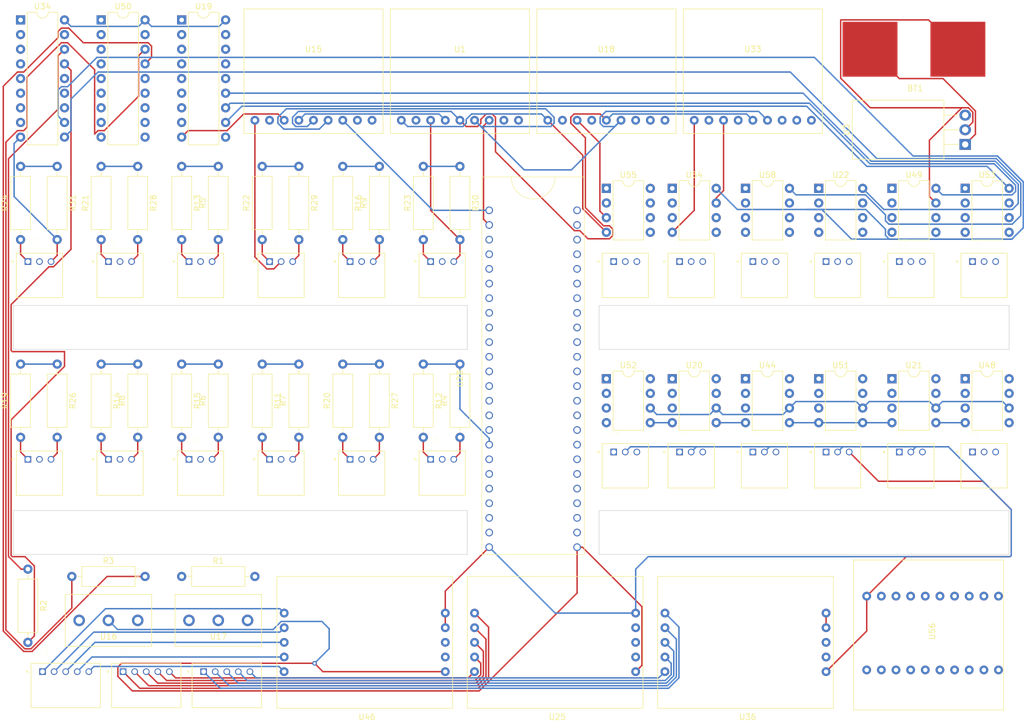
<source format=kicad_pcb>
(kicad_pcb (version 20171130) (host pcbnew "(5.1.10)-1")
  (layers (0 F.Cu signal) (31 B.Cu signal) (35 F.Paste user) (37 F.SilkS user) (38 B.Mask user) (39 F.Mask user) (44 Edge.Cuts user))
  (net 0 "")
  (net 1 GND1)
  (net 2 "Net-(BT1-Pad1)")
  (net 3 "Net-(J1-Pad1)")
  (net 4 "Net-(J1-Pad2)")
  (net 5 "Net-(J1-Pad3)")
  (net 6 "Net-(J1-Pad4)")
  (net 7 "Net-(J1-Pad5)")
  (net 8 "Net-(J2-Pad1)")
  (net 9 "Net-(J2-Pad2)")
  (net 10 "Net-(J2-Pad3)")
  (net 11 "Net-(J2-Pad4)")
  (net 12 "Net-(J2-Pad5)")
  (net 13 "Net-(J3-Pad1)")
  (net 14 "Net-(J3-Pad2)")
  (net 15 "Net-(J3-Pad3)")
  (net 16 "Net-(J3-Pad4)")
  (net 17 "Net-(J3-Pad5)")
  (net 18 "Net-(R1-Pad2)")
  (net 19 "Net-(R1-Pad1)")
  (net 20 "Net-(R2-Pad2)")
  (net 21 "Net-(R2-Pad1)")
  (net 22 "Net-(R3-Pad2)")
  (net 23 "Net-(R3-Pad1)")
  (net 24 "Net-(R12-Pad1)")
  (net 25 "Net-(R13-Pad1)")
  (net 26 "Net-(R15-Pad1)")
  (net 27 "Net-(R11-Pad1)")
  (net 28 "Net-(R14-Pad1)")
  (net 29 "Net-(R16-Pad1)")
  (net 30 "Net-(R19-Pad2)")
  (net 31 "Net-(R20-Pad2)")
  (net 32 "Net-(R21-Pad2)")
  (net 33 "Net-(R22-Pad2)")
  (net 34 "Net-(R23-Pad2)")
  (net 35 "Net-(R24-Pad2)")
  (net 36 +5V)
  (net 37 1)
  (net 38 14)
  (net 39 13)
  (net 40 51)
  (net 41 40)
  (net 42 41)
  (net 43 42)
  (net 44 43)
  (net 45 44)
  (net 46 45)
  (net 47 53)
  (net 48 54)
  (net 49 48)
  (net 50 46)
  (net 51 47)
  (net 52 49)
  (net 53 50)
  (net 54 52)
  (net 55 27)
  (net 56 26)
  (net 57 25)
  (net 58 15)
  (net 59 36)
  (net 60 37)
  (net 61 38)
  (net 62 39)
  (net 63 28)
  (net 64 3)
  (net 65 31)
  (net 66 6)
  (net 67 11)
  (net 68 8)
  (net 69 7)
  (net 70 58)
  (net 71 4)
  (net 72 5)
  (net 73 61)
  (net 74 60)
  (net 75 9)
  (net 76 10)
  (net 77 12)
  (net 78 3.3)
  (net 79 57)
  (net 80 16)
  (net 81 17)
  (net 82 18)
  (net 83 19)
  (net 84 20)
  (net 85 21)
  (net 86 2)
  (net 87 32)
  (net 88 33)
  (net 89 34)
  (net 90 35)
  (net 91 29)
  (net 92 30)
  (net 93 "Net-(J16-Pad1)")
  (net 94 "Net-(J17-Pad1)")
  (net 95 "Net-(J18-Pad1)")
  (net 96 "Net-(J19-Pad1)")
  (net 97 "Net-(J20-Pad1)")
  (net 98 "Net-(J21-Pad1)")
  (net 99 "Net-(J22-Pad1)")
  (net 100 "Net-(J23-Pad1)")
  (net 101 "Net-(J24-Pad1)")
  (net 102 "Net-(J25-Pad1)")
  (net 103 "Net-(J26-Pad1)")
  (net 104 "Net-(J27-Pad1)")
  (module Launchbox:3_Header (layer F.Cu) (at 100.33 71.12)
    (fp_text reference J25 (at 0.175 -3.335) (layer F.SilkS) (effects (font (thickness 0.015))))
    (fp_text value 440055-3)
    (pad 1 thru_hole rect (at 0 0) (size 1.15 1.15) (drill 0.8) (layers *.Cu *.Mask) (net 102 "Net-(J25-Pad1)"))
    (pad 2 thru_hole circle (at 2.007 0) (size 1.15 1.15) (drill 0.8) (layers *.Cu *.Mask) (net 36 +5V))
    (pad 3 thru_hole circle (at 4.013 0) (size 1.15 1.15) (drill 0.8) (layers *.Cu *.Mask) (net 1 GND1))
  )
  (module Launchbox:MAX31856 (layer F.Cu) (at 184.15 38.1)
    (fp_text reference U33 (at 0 -3.81) (layer F.SilkS))
    (fp_text value MAX31856)
    (pad 9 thru_hole circle (at 10.16 8.509) (size 1.524 1.524) (drill 0.762) (layers *.Cu *.Mask))
    (pad 8 thru_hole circle (at 7.62 8.509) (size 1.524 1.524) (drill 0.762) (layers *.Cu *.Mask))
    (pad 7 thru_hole circle (at 5.08 8.509) (size 1.524 1.524) (drill 0.762) (layers *.Cu *.Mask) (net 86 2))
    (pad 6 thru_hole circle (at 2.54 8.509) (size 1.524 1.524) (drill 0.762) (layers *.Cu *.Mask) (net 39 13))
    (pad 5 thru_hole circle (at 0 8.509) (size 1.524 1.524) (drill 0.762) (layers *.Cu *.Mask) (net 38 14))
    (pad 4 thru_hole circle (at -2.54 8.509) (size 1.524 1.524) (drill 0.762) (layers *.Cu *.Mask) (net 37 1))
    (pad 3 thru_hole circle (at -5.08 8.509) (size 1.524 1.524) (drill 0.762) (layers *.Cu *.Mask) (net 1 GND1))
    (pad 2 thru_hole circle (at -7.62 8.509) (size 1.524 1.524) (drill 0.762) (layers *.Cu *.Mask))
    (pad 1 thru_hole circle (at -10.16 8.509) (size 1.524 1.524) (drill 0.762) (layers *.Cu *.Mask) (net 36 +5V))
  )
  (module Package_DIP:DIP-8_W7.62mm (layer F.Cu) (at 170.18 58.42)
    (fp_text reference U54 (at 3.81 -2.33) (layer F.SilkS))
    (fp_text value SPDT_IC)
    (pad 1 thru_hole rect (at 0 0) (size 1.6 1.6) (drill 0.8) (layers *.Cu *.Mask) (net 50 46))
    (pad 5 thru_hole oval (at 7.62 7.62) (size 1.6 1.6) (drill 0.8) (layers *.Cu *.Mask) (net 36 +5V))
    (pad 2 thru_hole oval (at 0 2.54) (size 1.6 1.6) (drill 0.8) (layers *.Cu *.Mask) (net 75 9))
    (pad 6 thru_hole oval (at 7.62 5.08) (size 1.6 1.6) (drill 0.8) (layers *.Cu *.Mask) (net 54 52))
    (pad 3 thru_hole oval (at 0 5.08) (size 1.6 1.6) (drill 0.8) (layers *.Cu *.Mask) (net 1 GND1))
    (pad 7 thru_hole oval (at 7.62 2.54) (size 1.6 1.6) (drill 0.8) (layers *.Cu *.Mask) (net 1 GND1))
    (pad 4 thru_hole oval (at 0 7.62) (size 1.6 1.6) (drill 0.8) (layers *.Cu *.Mask) (net 36 +5V))
    (pad 8 thru_hole oval (at 7.62 0) (size 1.6 1.6) (drill 0.8) (layers *.Cu *.Mask) (net 89 34))
  )
  (module Launchbox:LoadCellAmp (layer F.Cu) (at 116.84 137.16)
    (fp_text reference U46 (at 0.381 12.954) (layer F.SilkS))
    (fp_text value LoadCellAmp)
    (pad 2 thru_hole circle (at -13.97 -2.54) (size 1.524 1.524) (drill 0.762) (layers *.Cu *.Mask) (net 14 "Net-(J3-Pad2)"))
    (pad 3 thru_hole circle (at -13.97 0) (size 1.524 1.524) (drill 0.762) (layers *.Cu *.Mask) (net 15 "Net-(J3-Pad3)"))
    (pad 4 thru_hole circle (at -13.97 2.54) (size 1.524 1.524) (drill 0.762) (layers *.Cu *.Mask) (net 16 "Net-(J3-Pad4)"))
    (pad 5 thru_hole circle (at -13.98 5.08) (size 1.524 1.524) (drill 0.762) (layers *.Cu *.Mask) (net 17 "Net-(J3-Pad5)"))
    (pad 1 thru_hole circle (at -13.97 -5.08) (size 1.524 1.524) (drill 0.762) (layers *.Cu *.Mask) (net 13 "Net-(J3-Pad1)"))
    (pad 10 thru_hole circle (at 13.97 -5.08) (size 1.524 1.524) (drill 0.762) (layers *.Cu *.Mask) (net 36 +5V))
    (pad 9 thru_hole circle (at 13.97 -2.54) (size 1.524 1.524) (drill 0.762) (layers *.Cu *.Mask) (net 36 +5V))
    (pad 8 thru_hole circle (at 13.97 0) (size 1.524 1.524) (drill 0.762) (layers *.Cu *.Mask) (net 84 20))
    (pad 7 thru_hole circle (at 13.97 2.54) (size 1.524 1.524) (drill 0.762) (layers *.Cu *.Mask) (net 85 21))
    (pad 6 thru_hole circle (at 13.97 5.08) (size 1.524 1.524) (drill 0.762) (layers *.Cu *.Mask) (net 1 GND1))
  )
  (module Launchbox:Lipo_Battery_Connector (layer F.Cu) (at 212.09 34.29)
    (fp_text reference BT1 (at 0.21 6.78) (layer F.SilkS))
    (fp_text value Battery_Cell)
    (pad 1 smd rect (at -7.62 0) (size 9.525 9.525) (layers F.Cu F.Paste F.Mask) (net 2 "Net-(BT1-Pad1)"))
    (pad 2 smd rect (at 7.62 0) (size 9.525 9.525) (layers F.Cu F.Paste F.Mask) (net 1 GND1))
  )
  (module Launchbox:5_Header (layer F.Cu) (at 74.93 142.24)
    (fp_text reference J1 (at 0.175 -3.335) (layer F.SilkS) (effects (font (thickness 0.015))))
    (fp_text value 440055-5)
    (pad 1 thru_hole rect (at 0 0) (size 1.15 1.15) (drill 0.8) (layers *.Cu *.Mask) (net 3 "Net-(J1-Pad1)"))
    (pad 2 thru_hole circle (at 2.007 0) (size 1.15 1.15) (drill 0.8) (layers *.Cu *.Mask) (net 4 "Net-(J1-Pad2)"))
    (pad 3 thru_hole circle (at 4.013 0) (size 1.15 1.15) (drill 0.8) (layers *.Cu *.Mask) (net 5 "Net-(J1-Pad3)"))
    (pad 4 thru_hole circle (at 6.02 0) (size 1.15 1.15) (drill 0.8) (layers *.Cu *.Mask) (net 6 "Net-(J1-Pad4)"))
    (pad 5 thru_hole circle (at 8.026 0) (size 1.15 1.15) (drill 0.8) (layers *.Cu *.Mask) (net 7 "Net-(J1-Pad5)"))
  )
  (module Launchbox:5_Header (layer F.Cu) (at 88.9 142.24)
    (fp_text reference J2 (at 0.175 -3.335) (layer F.SilkS) (effects (font (thickness 0.015))))
    (fp_text value 440055-5)
    (pad 5 thru_hole circle (at 8.026 0) (size 1.15 1.15) (drill 0.8) (layers *.Cu *.Mask) (net 12 "Net-(J2-Pad5)"))
    (pad 4 thru_hole circle (at 6.02 0) (size 1.15 1.15) (drill 0.8) (layers *.Cu *.Mask) (net 11 "Net-(J2-Pad4)"))
    (pad 3 thru_hole circle (at 4.013 0) (size 1.15 1.15) (drill 0.8) (layers *.Cu *.Mask) (net 10 "Net-(J2-Pad3)"))
    (pad 2 thru_hole circle (at 2.007 0) (size 1.15 1.15) (drill 0.8) (layers *.Cu *.Mask) (net 9 "Net-(J2-Pad2)"))
    (pad 1 thru_hole rect (at 0 0) (size 1.15 1.15) (drill 0.8) (layers *.Cu *.Mask) (net 8 "Net-(J2-Pad1)"))
  )
  (module Launchbox:5_Header (layer F.Cu) (at 60.96 142.24)
    (fp_text reference J3 (at 0.175 -3.335) (layer F.SilkS) (effects (font (thickness 0.015))))
    (fp_text value 440055-5)
    (pad 1 thru_hole rect (at 0 0) (size 1.15 1.15) (drill 0.8) (layers *.Cu *.Mask) (net 13 "Net-(J3-Pad1)"))
    (pad 2 thru_hole circle (at 2.007 0) (size 1.15 1.15) (drill 0.8) (layers *.Cu *.Mask) (net 14 "Net-(J3-Pad2)"))
    (pad 3 thru_hole circle (at 4.013 0) (size 1.15 1.15) (drill 0.8) (layers *.Cu *.Mask) (net 15 "Net-(J3-Pad3)"))
    (pad 4 thru_hole circle (at 6.02 0) (size 1.15 1.15) (drill 0.8) (layers *.Cu *.Mask) (net 16 "Net-(J3-Pad4)"))
    (pad 5 thru_hole circle (at 8.026 0) (size 1.15 1.15) (drill 0.8) (layers *.Cu *.Mask) (net 17 "Net-(J3-Pad5)"))
  )
  (module Launchbox:3_Header (layer F.Cu) (at 171.45 104.14)
    (fp_text reference J4 (at 0.175 -3.335) (layer F.SilkS) (effects (font (thickness 0.015))))
    (fp_text value 440055-3)
    (pad 3 thru_hole circle (at 4.013 0) (size 1.15 1.15) (drill 0.8) (layers *.Cu *.Mask) (net 1 GND1))
    (pad 2 thru_hole circle (at 2.007 0) (size 1.15 1.15) (drill 0.8) (layers *.Cu *.Mask) (net 36 +5V))
    (pad 1 thru_hole rect (at 0 0) (size 1.15 1.15) (drill 0.8) (layers *.Cu *.Mask) (net 41 40))
  )
  (module Launchbox:3_Header (layer F.Cu) (at 184.15 104.14)
    (fp_text reference J5 (at 0.175 -3.335) (layer F.SilkS) (effects (font (thickness 0.015))))
    (fp_text value 440055-3)
    (pad 1 thru_hole rect (at 0 0) (size 1.15 1.15) (drill 0.8) (layers *.Cu *.Mask) (net 42 41))
    (pad 2 thru_hole circle (at 2.007 0) (size 1.15 1.15) (drill 0.8) (layers *.Cu *.Mask) (net 36 +5V))
    (pad 3 thru_hole circle (at 4.013 0) (size 1.15 1.15) (drill 0.8) (layers *.Cu *.Mask) (net 1 GND1))
  )
  (module Launchbox:3_Header (layer F.Cu) (at 196.85 104.14)
    (fp_text reference J6 (at 0.175 -3.335) (layer F.SilkS) (effects (font (thickness 0.015))))
    (fp_text value 440055-3)
    (pad 3 thru_hole circle (at 4.013 0) (size 1.15 1.15) (drill 0.8) (layers *.Cu *.Mask) (net 1 GND1))
    (pad 2 thru_hole circle (at 2.007 0) (size 1.15 1.15) (drill 0.8) (layers *.Cu *.Mask) (net 36 +5V))
    (pad 1 thru_hole rect (at 0 0) (size 1.15 1.15) (drill 0.8) (layers *.Cu *.Mask) (net 43 42))
  )
  (module Launchbox:3_Header (layer F.Cu) (at 209.55 104.14)
    (fp_text reference J7 (at 0.175 -3.335) (layer F.SilkS) (effects (font (thickness 0.015))))
    (fp_text value 440055-3)
    (pad 1 thru_hole rect (at 0 0) (size 1.15 1.15) (drill 0.8) (layers *.Cu *.Mask) (net 44 43))
    (pad 2 thru_hole circle (at 2.007 0) (size 1.15 1.15) (drill 0.8) (layers *.Cu *.Mask) (net 36 +5V))
    (pad 3 thru_hole circle (at 4.013 0) (size 1.15 1.15) (drill 0.8) (layers *.Cu *.Mask) (net 1 GND1))
  )
  (module Launchbox:3_Header (layer F.Cu) (at 222.25 104.14)
    (fp_text reference J8 (at 0.175 -3.335) (layer F.SilkS) (effects (font (thickness 0.015))))
    (fp_text value 440055-3)
    (pad 3 thru_hole circle (at 4.013 0) (size 1.15 1.15) (drill 0.8) (layers *.Cu *.Mask) (net 1 GND1))
    (pad 2 thru_hole circle (at 2.007 0) (size 1.15 1.15) (drill 0.8) (layers *.Cu *.Mask) (net 36 +5V))
    (pad 1 thru_hole rect (at 0 0) (size 1.15 1.15) (drill 0.8) (layers *.Cu *.Mask) (net 45 44))
  )
  (module Launchbox:3_Header (layer F.Cu) (at 160.02 104.14)
    (fp_text reference J9 (at 0.175 -3.335) (layer F.SilkS) (effects (font (thickness 0.015))))
    (fp_text value 440055-3)
    (pad 1 thru_hole rect (at 0 0) (size 1.15 1.15) (drill 0.8) (layers *.Cu *.Mask) (net 46 45))
    (pad 2 thru_hole circle (at 2.007 0) (size 1.15 1.15) (drill 0.8) (layers *.Cu *.Mask) (net 36 +5V))
    (pad 3 thru_hole circle (at 4.013 0) (size 1.15 1.15) (drill 0.8) (layers *.Cu *.Mask) (net 1 GND1))
  )
  (module Launchbox:3_Header (layer F.Cu) (at 171.45 71.12)
    (fp_text reference J10 (at 0.175 -3.335) (layer F.SilkS) (effects (font (thickness 0.015))))
    (fp_text value 440055-3)
    (pad 3 thru_hole circle (at 4.013 0) (size 1.15 1.15) (drill 0.8) (layers *.Cu *.Mask) (net 1 GND1))
    (pad 2 thru_hole circle (at 2.007 0) (size 1.15 1.15) (drill 0.8) (layers *.Cu *.Mask) (net 36 +5V))
    (pad 1 thru_hole rect (at 0 0) (size 1.15 1.15) (drill 0.8) (layers *.Cu *.Mask) (net 50 46))
  )
  (module Launchbox:3_Header (layer F.Cu) (at 184.15 71.12)
    (fp_text reference J11 (at 0.175 -3.335) (layer F.SilkS) (effects (font (thickness 0.015))))
    (fp_text value 440055-3)
    (pad 1 thru_hole rect (at 0 0) (size 1.15 1.15) (drill 0.8) (layers *.Cu *.Mask) (net 51 47))
    (pad 2 thru_hole circle (at 2.007 0) (size 1.15 1.15) (drill 0.8) (layers *.Cu *.Mask) (net 36 +5V))
    (pad 3 thru_hole circle (at 4.013 0) (size 1.15 1.15) (drill 0.8) (layers *.Cu *.Mask) (net 1 GND1))
  )
  (module Launchbox:3_Header (layer F.Cu) (at 196.85 71.12)
    (fp_text reference J12 (at 0.175 -3.335) (layer F.SilkS) (effects (font (thickness 0.015))))
    (fp_text value 440055-3)
    (pad 3 thru_hole circle (at 4.013 0) (size 1.15 1.15) (drill 0.8) (layers *.Cu *.Mask) (net 1 GND1))
    (pad 2 thru_hole circle (at 2.007 0) (size 1.15 1.15) (drill 0.8) (layers *.Cu *.Mask) (net 36 +5V))
    (pad 1 thru_hole rect (at 0 0) (size 1.15 1.15) (drill 0.8) (layers *.Cu *.Mask) (net 49 48))
  )
  (module Launchbox:3_Header (layer F.Cu) (at 209.55 71.12)
    (fp_text reference J13 (at 0.175 -3.335) (layer F.SilkS) (effects (font (thickness 0.015))))
    (fp_text value 440055-3)
    (pad 1 thru_hole rect (at 0 0) (size 1.15 1.15) (drill 0.8) (layers *.Cu *.Mask) (net 52 49))
    (pad 2 thru_hole circle (at 2.007 0) (size 1.15 1.15) (drill 0.8) (layers *.Cu *.Mask) (net 36 +5V))
    (pad 3 thru_hole circle (at 4.013 0) (size 1.15 1.15) (drill 0.8) (layers *.Cu *.Mask) (net 1 GND1))
  )
  (module Launchbox:3_Header (layer F.Cu) (at 222.25 71.12)
    (fp_text reference J14 (at 0.175 -3.335) (layer F.SilkS) (effects (font (thickness 0.015))))
    (fp_text value 440055-3)
    (pad 3 thru_hole circle (at 4.013 0) (size 1.15 1.15) (drill 0.8) (layers *.Cu *.Mask) (net 1 GND1))
    (pad 2 thru_hole circle (at 2.007 0) (size 1.15 1.15) (drill 0.8) (layers *.Cu *.Mask) (net 36 +5V))
    (pad 1 thru_hole rect (at 0 0) (size 1.15 1.15) (drill 0.8) (layers *.Cu *.Mask) (net 47 53))
  )
  (module Launchbox:3_Header (layer F.Cu) (at 160.02 71.12)
    (fp_text reference J15 (at 0.175 -3.335) (layer F.SilkS) (effects (font (thickness 0.015))))
    (fp_text value 440055-3)
    (pad 3 thru_hole circle (at 4.013 0) (size 1.15 1.15) (drill 0.8) (layers *.Cu *.Mask) (net 1 GND1))
    (pad 2 thru_hole circle (at 2.007 0) (size 1.15 1.15) (drill 0.8) (layers *.Cu *.Mask) (net 36 +5V))
    (pad 1 thru_hole rect (at 0 0) (size 1.15 1.15) (drill 0.8) (layers *.Cu *.Mask) (net 48 54))
  )
  (module Launchbox:3_Header (layer F.Cu) (at 86.36 105.41)
    (fp_text reference J16 (at 0.175 -3.335) (layer F.SilkS) (effects (font (thickness 0.015))))
    (fp_text value 440055-3)
    (pad 1 thru_hole rect (at 0 0) (size 1.15 1.15) (drill 0.8) (layers *.Cu *.Mask) (net 93 "Net-(J16-Pad1)"))
    (pad 2 thru_hole circle (at 2.007 0) (size 1.15 1.15) (drill 0.8) (layers *.Cu *.Mask) (net 36 +5V))
    (pad 3 thru_hole circle (at 4.013 0) (size 1.15 1.15) (drill 0.8) (layers *.Cu *.Mask) (net 1 GND1))
  )
  (module Launchbox:3_Header (layer F.Cu) (at 100.33 105.41)
    (fp_text reference J17 (at 0.175 -3.335) (layer F.SilkS) (effects (font (thickness 0.015))))
    (fp_text value 440055-3)
    (pad 1 thru_hole rect (at 0 0) (size 1.15 1.15) (drill 0.8) (layers *.Cu *.Mask) (net 94 "Net-(J17-Pad1)"))
    (pad 2 thru_hole circle (at 2.007 0) (size 1.15 1.15) (drill 0.8) (layers *.Cu *.Mask) (net 36 +5V))
    (pad 3 thru_hole circle (at 4.013 0) (size 1.15 1.15) (drill 0.8) (layers *.Cu *.Mask) (net 1 GND1))
  )
  (module Launchbox:3_Header (layer F.Cu) (at 128.27 105.41)
    (fp_text reference J18 (at 0.175 -3.335) (layer F.SilkS) (effects (font (thickness 0.015))))
    (fp_text value 440055-3)
    (pad 3 thru_hole circle (at 4.013 0) (size 1.15 1.15) (drill 0.8) (layers *.Cu *.Mask) (net 1 GND1))
    (pad 2 thru_hole circle (at 2.007 0) (size 1.15 1.15) (drill 0.8) (layers *.Cu *.Mask) (net 36 +5V))
    (pad 1 thru_hole rect (at 0 0) (size 1.15 1.15) (drill 0.8) (layers *.Cu *.Mask) (net 95 "Net-(J18-Pad1)"))
  )
  (module Launchbox:3_Header (layer F.Cu) (at 86.36 71.12)
    (fp_text reference J19 (at 0.175 -3.335) (layer F.SilkS) (effects (font (thickness 0.015))))
    (fp_text value 440055-3)
    (pad 1 thru_hole rect (at 0 0) (size 1.15 1.15) (drill 0.8) (layers *.Cu *.Mask) (net 96 "Net-(J19-Pad1)"))
    (pad 2 thru_hole circle (at 2.007 0) (size 1.15 1.15) (drill 0.8) (layers *.Cu *.Mask) (net 36 +5V))
    (pad 3 thru_hole circle (at 4.013 0) (size 1.15 1.15) (drill 0.8) (layers *.Cu *.Mask) (net 1 GND1))
  )
  (module Launchbox:3_Header (layer F.Cu) (at 114.3 71.12)
    (fp_text reference J20 (at 0.175 -3.335) (layer F.SilkS) (effects (font (thickness 0.015))))
    (fp_text value 440055-3)
    (pad 3 thru_hole circle (at 4.013 0) (size 1.15 1.15) (drill 0.8) (layers *.Cu *.Mask) (net 1 GND1))
    (pad 2 thru_hole circle (at 2.007 0) (size 1.15 1.15) (drill 0.8) (layers *.Cu *.Mask) (net 36 +5V))
    (pad 1 thru_hole rect (at 0 0) (size 1.15 1.15) (drill 0.8) (layers *.Cu *.Mask) (net 97 "Net-(J20-Pad1)"))
  )
  (module Launchbox:3_Header (layer F.Cu) (at 72.39 105.41)
    (fp_text reference J21 (at 0.175 -3.335) (layer F.SilkS) (effects (font (thickness 0.015))))
    (fp_text value 440055-3)
    (pad 1 thru_hole rect (at 0 0) (size 1.15 1.15) (drill 0.8) (layers *.Cu *.Mask) (net 98 "Net-(J21-Pad1)"))
    (pad 2 thru_hole circle (at 2.007 0) (size 1.15 1.15) (drill 0.8) (layers *.Cu *.Mask) (net 36 +5V))
    (pad 3 thru_hole circle (at 4.013 0) (size 1.15 1.15) (drill 0.8) (layers *.Cu *.Mask) (net 1 GND1))
  )
  (module Launchbox:3_Header (layer F.Cu) (at 58.42 105.41)
    (fp_text reference J22 (at 0.175 -3.335) (layer F.SilkS) (effects (font (thickness 0.015))))
    (fp_text value 440055-3)
    (pad 3 thru_hole circle (at 4.013 0) (size 1.15 1.15) (drill 0.8) (layers *.Cu *.Mask) (net 1 GND1))
    (pad 2 thru_hole circle (at 2.007 0) (size 1.15 1.15) (drill 0.8) (layers *.Cu *.Mask) (net 36 +5V))
    (pad 1 thru_hole rect (at 0 0) (size 1.15 1.15) (drill 0.8) (layers *.Cu *.Mask) (net 99 "Net-(J22-Pad1)"))
  )
  (module Launchbox:3_Header (layer F.Cu) (at 114.3 105.41)
    (fp_text reference J23 (at 0.175 -3.335) (layer F.SilkS) (effects (font (thickness 0.015))))
    (fp_text value 440055-3)
    (pad 1 thru_hole rect (at 0 0) (size 1.15 1.15) (drill 0.8) (layers *.Cu *.Mask) (net 100 "Net-(J23-Pad1)"))
    (pad 2 thru_hole circle (at 2.007 0) (size 1.15 1.15) (drill 0.8) (layers *.Cu *.Mask) (net 36 +5V))
    (pad 3 thru_hole circle (at 4.013 0) (size 1.15 1.15) (drill 0.8) (layers *.Cu *.Mask) (net 1 GND1))
  )
  (module Launchbox:3_Header (layer F.Cu) (at 72.39 71.12)
    (fp_text reference J24 (at 0.175 -3.335) (layer F.SilkS) (effects (font (thickness 0.015))))
    (fp_text value 440055-3)
    (pad 3 thru_hole circle (at 4.013 0) (size 1.15 1.15) (drill 0.8) (layers *.Cu *.Mask) (net 1 GND1))
    (pad 2 thru_hole circle (at 2.007 0) (size 1.15 1.15) (drill 0.8) (layers *.Cu *.Mask) (net 36 +5V))
    (pad 1 thru_hole rect (at 0 0) (size 1.15 1.15) (drill 0.8) (layers *.Cu *.Mask) (net 101 "Net-(J24-Pad1)"))
  )
  (module Launchbox:3_Header (layer F.Cu) (at 128.27 71.12)
    (fp_text reference J26 (at 0.175 -3.335) (layer F.SilkS) (effects (font (thickness 0.015))))
    (fp_text value 440055-3)
    (pad 1 thru_hole rect (at 0 0) (size 1.15 1.15) (drill 0.8) (layers *.Cu *.Mask) (net 103 "Net-(J26-Pad1)"))
    (pad 2 thru_hole circle (at 2.007 0) (size 1.15 1.15) (drill 0.8) (layers *.Cu *.Mask) (net 36 +5V))
    (pad 3 thru_hole circle (at 4.013 0) (size 1.15 1.15) (drill 0.8) (layers *.Cu *.Mask) (net 1 GND1))
  )
  (module Launchbox:3_Header (layer F.Cu) (at 58.42 71.12)
    (fp_text reference J27 (at 0.175 -3.335) (layer F.SilkS) (effects (font (thickness 0.015))))
    (fp_text value 440055-3)
    (pad 3 thru_hole circle (at 4.013 0) (size 1.15 1.15) (drill 0.8) (layers *.Cu *.Mask) (net 1 GND1))
    (pad 2 thru_hole circle (at 2.007 0) (size 1.15 1.15) (drill 0.8) (layers *.Cu *.Mask) (net 36 +5V))
    (pad 1 thru_hole rect (at 0 0) (size 1.15 1.15) (drill 0.8) (layers *.Cu *.Mask) (net 104 "Net-(J27-Pad1)"))
  )
  (module Resistor_THT:R_Axial_DIN0309_L9.0mm_D3.2mm_P12.70mm_Horizontal (layer F.Cu) (at 85.09 125.73)
    (fp_text reference R1 (at 6.35 -2.72) (layer F.SilkS))
    (fp_text value R_US)
    (pad 2 thru_hole oval (at 12.7 0) (size 1.6 1.6) (drill 0.8) (layers *.Cu *.Mask) (net 18 "Net-(R1-Pad2)"))
    (pad 1 thru_hole circle (at 0 0) (size 1.6 1.6) (drill 0.8) (layers *.Cu *.Mask) (net 19 "Net-(R1-Pad1)"))
  )
  (module Resistor_THT:R_Axial_DIN0309_L9.0mm_D3.2mm_P12.70mm_Horizontal (layer F.Cu) (at 58.42 124.46 270)
    (fp_text reference R2 (at 6.35 -2.72 90) (layer F.SilkS))
    (fp_text value R_US)
    (pad 1 thru_hole circle (at 0 0 270) (size 1.6 1.6) (drill 0.8) (layers *.Cu *.Mask) (net 21 "Net-(R2-Pad1)"))
    (pad 2 thru_hole oval (at 12.7 0 270) (size 1.6 1.6) (drill 0.8) (layers *.Cu *.Mask) (net 20 "Net-(R2-Pad2)"))
  )
  (module Resistor_THT:R_Axial_DIN0309_L9.0mm_D3.2mm_P12.70mm_Horizontal (layer F.Cu) (at 66.04 125.73)
    (fp_text reference R3 (at 6.35 -2.72) (layer F.SilkS))
    (fp_text value R_US)
    (pad 2 thru_hole oval (at 12.7 0) (size 1.6 1.6) (drill 0.8) (layers *.Cu *.Mask) (net 22 "Net-(R3-Pad2)"))
    (pad 1 thru_hole circle (at 0 0) (size 1.6 1.6) (drill 0.8) (layers *.Cu *.Mask) (net 23 "Net-(R3-Pad1)"))
  )
  (module Resistor_THT:R_Axial_DIN0309_L9.0mm_D3.2mm_P12.70mm_Horizontal (layer F.Cu) (at 133.35 101.6 90)
    (fp_text reference R4 (at 6.35 -2.72 90) (layer F.SilkS))
    (fp_text value R_US)
    (pad 1 thru_hole circle (at 0 0 90) (size 1.6 1.6) (drill 0.8) (layers *.Cu *.Mask) (net 1 GND1))
    (pad 2 thru_hole oval (at 12.7 0 90) (size 1.6 1.6) (drill 0.8) (layers *.Cu *.Mask) (net 24 "Net-(R12-Pad1)"))
  )
  (module Resistor_THT:R_Axial_DIN0309_L9.0mm_D3.2mm_P12.70mm_Horizontal (layer F.Cu) (at 91.44 67.31 90)
    (fp_text reference R5 (at 6.35 -2.72 90) (layer F.SilkS))
    (fp_text value R_US)
    (pad 1 thru_hole circle (at 0 0 90) (size 1.6 1.6) (drill 0.8) (layers *.Cu *.Mask) (net 1 GND1))
    (pad 2 thru_hole oval (at 12.7 0 90) (size 1.6 1.6) (drill 0.8) (layers *.Cu *.Mask) (net 25 "Net-(R13-Pad1)"))
  )
  (module Resistor_THT:R_Axial_DIN0309_L9.0mm_D3.2mm_P12.70mm_Horizontal (layer F.Cu) (at 91.44 101.6 90)
    (fp_text reference R6 (at 6.35 -2.72 90) (layer F.SilkS))
    (fp_text value R_US)
    (pad 2 thru_hole oval (at 12.7 0 90) (size 1.6 1.6) (drill 0.8) (layers *.Cu *.Mask) (net 26 "Net-(R15-Pad1)"))
    (pad 1 thru_hole circle (at 0 0 90) (size 1.6 1.6) (drill 0.8) (layers *.Cu *.Mask) (net 1 GND1))
  )
  (module Resistor_THT:R_Axial_DIN0309_L9.0mm_D3.2mm_P12.70mm_Horizontal (layer F.Cu) (at 105.41 101.6 90)
    (fp_text reference R7 (at 6.35 -2.72 90) (layer F.SilkS))
    (fp_text value R_US)
    (pad 1 thru_hole circle (at 0 0 90) (size 1.6 1.6) (drill 0.8) (layers *.Cu *.Mask) (net 1 GND1))
    (pad 2 thru_hole oval (at 12.7 0 90) (size 1.6 1.6) (drill 0.8) (layers *.Cu *.Mask) (net 27 "Net-(R11-Pad1)"))
  )
  (module Resistor_THT:R_Axial_DIN0309_L9.0mm_D3.2mm_P12.70mm_Horizontal (layer F.Cu) (at 77.47 101.6 90)
    (fp_text reference R8 (at 6.35 -2.72 90) (layer F.SilkS))
    (fp_text value R_US)
    (pad 1 thru_hole circle (at 0 0 90) (size 1.6 1.6) (drill 0.8) (layers *.Cu *.Mask) (net 1 GND1))
    (pad 2 thru_hole oval (at 12.7 0 90) (size 1.6 1.6) (drill 0.8) (layers *.Cu *.Mask) (net 28 "Net-(R14-Pad1)"))
  )
  (module Resistor_THT:R_Axial_DIN0309_L9.0mm_D3.2mm_P12.70mm_Horizontal (layer F.Cu) (at 119.38 67.31 90)
    (fp_text reference R9 (at 6.35 -2.72 90) (layer F.SilkS))
    (fp_text value R_US)
    (pad 2 thru_hole oval (at 12.7 0 90) (size 1.6 1.6) (drill 0.8) (layers *.Cu *.Mask) (net 29 "Net-(R16-Pad1)"))
    (pad 1 thru_hole circle (at 0 0 90) (size 1.6 1.6) (drill 0.8) (layers *.Cu *.Mask) (net 1 GND1))
  )
  (module Resistor_THT:R_Axial_DIN0309_L9.0mm_D3.2mm_P12.70mm_Horizontal (layer F.Cu) (at 99.06 88.9 270)
    (fp_text reference R11 (at 6.35 -2.72 90) (layer F.SilkS))
    (fp_text value R_US)
    (pad 2 thru_hole oval (at 12.7 0 270) (size 1.6 1.6) (drill 0.8) (layers *.Cu *.Mask) (net 94 "Net-(J17-Pad1)"))
    (pad 1 thru_hole circle (at 0 0 270) (size 1.6 1.6) (drill 0.8) (layers *.Cu *.Mask) (net 27 "Net-(R11-Pad1)"))
  )
  (module Resistor_THT:R_Axial_DIN0309_L9.0mm_D3.2mm_P12.70mm_Horizontal (layer F.Cu) (at 127 88.9 270)
    (fp_text reference R12 (at 6.35 -2.72 90) (layer F.SilkS))
    (fp_text value R_US)
    (pad 2 thru_hole oval (at 12.7 0 270) (size 1.6 1.6) (drill 0.8) (layers *.Cu *.Mask) (net 95 "Net-(J18-Pad1)"))
    (pad 1 thru_hole circle (at 0 0 270) (size 1.6 1.6) (drill 0.8) (layers *.Cu *.Mask) (net 24 "Net-(R12-Pad1)"))
  )
  (module Resistor_THT:R_Axial_DIN0309_L9.0mm_D3.2mm_P12.70mm_Horizontal (layer F.Cu) (at 85.09 54.61 270)
    (fp_text reference R13 (at 6.35 -2.72 90) (layer F.SilkS))
    (fp_text value R_US)
    (pad 2 thru_hole oval (at 12.7 0 270) (size 1.6 1.6) (drill 0.8) (layers *.Cu *.Mask) (net 96 "Net-(J19-Pad1)"))
    (pad 1 thru_hole circle (at 0 0 270) (size 1.6 1.6) (drill 0.8) (layers *.Cu *.Mask) (net 25 "Net-(R13-Pad1)"))
  )
  (module Resistor_THT:R_Axial_DIN0309_L9.0mm_D3.2mm_P12.70mm_Horizontal (layer F.Cu) (at 71.12 88.9 270)
    (fp_text reference R14 (at 6.35 -2.72 90) (layer F.SilkS))
    (fp_text value R_US)
    (pad 2 thru_hole oval (at 12.7 0 270) (size 1.6 1.6) (drill 0.8) (layers *.Cu *.Mask) (net 98 "Net-(J21-Pad1)"))
    (pad 1 thru_hole circle (at 0 0 270) (size 1.6 1.6) (drill 0.8) (layers *.Cu *.Mask) (net 28 "Net-(R14-Pad1)"))
  )
  (module Resistor_THT:R_Axial_DIN0309_L9.0mm_D3.2mm_P12.70mm_Horizontal (layer F.Cu) (at 85.09 88.9 270)
    (fp_text reference R15 (at 6.35 -2.72 90) (layer F.SilkS))
    (fp_text value R_US)
    (pad 1 thru_hole circle (at 0 0 270) (size 1.6 1.6) (drill 0.8) (layers *.Cu *.Mask) (net 26 "Net-(R15-Pad1)"))
    (pad 2 thru_hole oval (at 12.7 0 270) (size 1.6 1.6) (drill 0.8) (layers *.Cu *.Mask) (net 93 "Net-(J16-Pad1)"))
  )
  (module Resistor_THT:R_Axial_DIN0309_L9.0mm_D3.2mm_P12.70mm_Horizontal (layer F.Cu) (at 113.03 54.61 270)
    (fp_text reference R16 (at 6.35 -2.72 90) (layer F.SilkS))
    (fp_text value R_US)
    (pad 1 thru_hole circle (at 0 0 270) (size 1.6 1.6) (drill 0.8) (layers *.Cu *.Mask) (net 29 "Net-(R16-Pad1)"))
    (pad 2 thru_hole oval (at 12.7 0 270) (size 1.6 1.6) (drill 0.8) (layers *.Cu *.Mask) (net 97 "Net-(J20-Pad1)"))
  )
  (module Resistor_THT:R_Axial_DIN0309_L9.0mm_D3.2mm_P12.70mm_Horizontal (layer F.Cu) (at 57.15 101.6 90)
    (fp_text reference R19 (at 6.35 -2.72 90) (layer F.SilkS))
    (fp_text value R_US)
    (pad 2 thru_hole oval (at 12.7 0 90) (size 1.6 1.6) (drill 0.8) (layers *.Cu *.Mask) (net 30 "Net-(R19-Pad2)"))
    (pad 1 thru_hole circle (at 0 0 90) (size 1.6 1.6) (drill 0.8) (layers *.Cu *.Mask) (net 99 "Net-(J22-Pad1)"))
  )
  (module Resistor_THT:R_Axial_DIN0309_L9.0mm_D3.2mm_P12.70mm_Horizontal (layer F.Cu) (at 113.03 101.6 90)
    (fp_text reference R20 (at 6.35 -2.72 90) (layer F.SilkS))
    (fp_text value R_US)
    (pad 1 thru_hole circle (at 0 0 90) (size 1.6 1.6) (drill 0.8) (layers *.Cu *.Mask) (net 100 "Net-(J23-Pad1)"))
    (pad 2 thru_hole oval (at 12.7 0 90) (size 1.6 1.6) (drill 0.8) (layers *.Cu *.Mask) (net 31 "Net-(R20-Pad2)"))
  )
  (module Resistor_THT:R_Axial_DIN0309_L9.0mm_D3.2mm_P12.70mm_Horizontal (layer F.Cu) (at 71.12 67.31 90)
    (fp_text reference R21 (at 6.35 -2.72 90) (layer F.SilkS))
    (fp_text value R_US)
    (pad 1 thru_hole circle (at 0 0 90) (size 1.6 1.6) (drill 0.8) (layers *.Cu *.Mask) (net 101 "Net-(J24-Pad1)"))
    (pad 2 thru_hole oval (at 12.7 0 90) (size 1.6 1.6) (drill 0.8) (layers *.Cu *.Mask) (net 32 "Net-(R21-Pad2)"))
  )
  (module Resistor_THT:R_Axial_DIN0309_L9.0mm_D3.2mm_P12.70mm_Horizontal (layer F.Cu) (at 99.06 67.31 90)
    (fp_text reference R22 (at 6.35 -2.72 90) (layer F.SilkS))
    (fp_text value R_US)
    (pad 1 thru_hole circle (at 0 0 90) (size 1.6 1.6) (drill 0.8) (layers *.Cu *.Mask) (net 102 "Net-(J25-Pad1)"))
    (pad 2 thru_hole oval (at 12.7 0 90) (size 1.6 1.6) (drill 0.8) (layers *.Cu *.Mask) (net 33 "Net-(R22-Pad2)"))
  )
  (module Resistor_THT:R_Axial_DIN0309_L9.0mm_D3.2mm_P12.70mm_Horizontal (layer F.Cu) (at 127 67.31 90)
    (fp_text reference R23 (at 6.35 -2.72 90) (layer F.SilkS))
    (fp_text value R_US)
    (pad 2 thru_hole oval (at 12.7 0 90) (size 1.6 1.6) (drill 0.8) (layers *.Cu *.Mask) (net 34 "Net-(R23-Pad2)"))
    (pad 1 thru_hole circle (at 0 0 90) (size 1.6 1.6) (drill 0.8) (layers *.Cu *.Mask) (net 103 "Net-(J26-Pad1)"))
  )
  (module Resistor_THT:R_Axial_DIN0309_L9.0mm_D3.2mm_P12.70mm_Horizontal (layer F.Cu) (at 57.15 67.31 90)
    (fp_text reference R24 (at 6.35 -2.72 90) (layer F.SilkS))
    (fp_text value R_US)
    (pad 2 thru_hole oval (at 12.7 0 90) (size 1.6 1.6) (drill 0.8) (layers *.Cu *.Mask) (net 35 "Net-(R24-Pad2)"))
    (pad 1 thru_hole circle (at 0 0 90) (size 1.6 1.6) (drill 0.8) (layers *.Cu *.Mask) (net 104 "Net-(J27-Pad1)"))
  )
  (module Resistor_THT:R_Axial_DIN0309_L9.0mm_D3.2mm_P12.70mm_Horizontal (layer F.Cu) (at 63.5 88.9 270)
    (fp_text reference R26 (at 6.35 -2.72 90) (layer F.SilkS))
    (fp_text value R_US)
    (pad 1 thru_hole circle (at 0 0 270) (size 1.6 1.6) (drill 0.8) (layers *.Cu *.Mask) (net 30 "Net-(R19-Pad2)"))
    (pad 2 thru_hole oval (at 12.7 0 270) (size 1.6 1.6) (drill 0.8) (layers *.Cu *.Mask) (net 1 GND1))
  )
  (module Resistor_THT:R_Axial_DIN0309_L9.0mm_D3.2mm_P12.70mm_Horizontal (layer F.Cu) (at 119.38 88.9 270)
    (fp_text reference R27 (at 6.35 -2.72 90) (layer F.SilkS))
    (fp_text value R_US)
    (pad 2 thru_hole oval (at 12.7 0 270) (size 1.6 1.6) (drill 0.8) (layers *.Cu *.Mask) (net 1 GND1))
    (pad 1 thru_hole circle (at 0 0 270) (size 1.6 1.6) (drill 0.8) (layers *.Cu *.Mask) (net 31 "Net-(R20-Pad2)"))
  )
  (module Resistor_THT:R_Axial_DIN0309_L9.0mm_D3.2mm_P12.70mm_Horizontal (layer F.Cu) (at 77.47 54.61 270)
    (fp_text reference R28 (at 6.35 -2.72 90) (layer F.SilkS))
    (fp_text value R_US)
    (pad 2 thru_hole oval (at 12.7 0 270) (size 1.6 1.6) (drill 0.8) (layers *.Cu *.Mask) (net 1 GND1))
    (pad 1 thru_hole circle (at 0 0 270) (size 1.6 1.6) (drill 0.8) (layers *.Cu *.Mask) (net 32 "Net-(R21-Pad2)"))
  )
  (module Resistor_THT:R_Axial_DIN0309_L9.0mm_D3.2mm_P12.70mm_Horizontal (layer F.Cu) (at 105.41 54.61 270)
    (fp_text reference R29 (at 6.35 -2.72 90) (layer F.SilkS))
    (fp_text value R_US)
    (pad 1 thru_hole circle (at 0 0 270) (size 1.6 1.6) (drill 0.8) (layers *.Cu *.Mask) (net 33 "Net-(R22-Pad2)"))
    (pad 2 thru_hole oval (at 12.7 0 270) (size 1.6 1.6) (drill 0.8) (layers *.Cu *.Mask) (net 1 GND1))
  )
  (module Resistor_THT:R_Axial_DIN0309_L9.0mm_D3.2mm_P12.70mm_Horizontal (layer F.Cu) (at 133.35 54.61 270)
    (fp_text reference R30 (at 6.35 -2.72 90) (layer F.SilkS))
    (fp_text value R_US)
    (pad 1 thru_hole circle (at 0 0 270) (size 1.6 1.6) (drill 0.8) (layers *.Cu *.Mask) (net 34 "Net-(R23-Pad2)"))
    (pad 2 thru_hole oval (at 12.7 0 270) (size 1.6 1.6) (drill 0.8) (layers *.Cu *.Mask) (net 1 GND1))
  )
  (module Resistor_THT:R_Axial_DIN0309_L9.0mm_D3.2mm_P12.70mm_Horizontal (layer F.Cu) (at 63.5 54.61 270)
    (fp_text reference R31 (at 6.35 -2.72 90) (layer F.SilkS))
    (fp_text value R_US)
    (pad 1 thru_hole circle (at 0 0 270) (size 1.6 1.6) (drill 0.8) (layers *.Cu *.Mask) (net 35 "Net-(R24-Pad2)"))
    (pad 2 thru_hole oval (at 12.7 0 270) (size 1.6 1.6) (drill 0.8) (layers *.Cu *.Mask) (net 1 GND1))
  )
  (module Launchbox:MAX31856 (layer F.Cu) (at 133.35 38.1)
    (fp_text reference U1 (at 0 -3.81) (layer F.SilkS))
    (fp_text value MAX31856)
    (pad 1 thru_hole circle (at -10.16 8.509) (size 1.524 1.524) (drill 0.762) (layers *.Cu *.Mask) (net 36 +5V))
    (pad 2 thru_hole circle (at -7.62 8.509) (size 1.524 1.524) (drill 0.762) (layers *.Cu *.Mask))
    (pad 3 thru_hole circle (at -5.08 8.509) (size 1.524 1.524) (drill 0.762) (layers *.Cu *.Mask) (net 1 GND1))
    (pad 4 thru_hole circle (at -2.54 8.509) (size 1.524 1.524) (drill 0.762) (layers *.Cu *.Mask) (net 37 1))
    (pad 5 thru_hole circle (at 0 8.509) (size 1.524 1.524) (drill 0.762) (layers *.Cu *.Mask) (net 38 14))
    (pad 6 thru_hole circle (at 2.54 8.509) (size 1.524 1.524) (drill 0.762) (layers *.Cu *.Mask) (net 39 13))
    (pad 7 thru_hole circle (at 5.08 8.509) (size 1.524 1.524) (drill 0.762) (layers *.Cu *.Mask) (net 40 51))
    (pad 8 thru_hole circle (at 7.62 8.509) (size 1.524 1.524) (drill 0.762) (layers *.Cu *.Mask))
    (pad 9 thru_hole circle (at 10.16 8.509) (size 1.524 1.524) (drill 0.762) (layers *.Cu *.Mask))
  )
  (module Package_TO_SOT_THT:TO-220-3_Horizontal_TabDown (layer F.Cu) (at 220.98 50.8 90)
    (fp_text reference U3 (at 2.54 -20.58 90) (layer F.SilkS))
    (fp_text value L7805)
    (pad "" np_thru_hole oval (at 2.54 -16.66 90) (size 3.5 3.5) (drill 3.5) (layers *.Cu *.Mask))
    (pad 1 thru_hole rect (at 0 0 90) (size 1.905 2) (drill 1.1) (layers *.Cu *.Mask) (net 2 "Net-(BT1-Pad1)"))
    (pad 2 thru_hole oval (at 2.54 0 90) (size 1.905 2) (drill 1.1) (layers *.Cu *.Mask) (net 1 GND1))
    (pad 3 thru_hole oval (at 5.08 0 90) (size 1.905 2) (drill 1.1) (layers *.Cu *.Mask) (net 36 +5V))
  )
  (module Launchbox:MAX31856 (layer F.Cu) (at 107.95 38.1)
    (fp_text reference U15 (at 0 -3.81) (layer F.SilkS))
    (fp_text value MAX31856)
    (pad 1 thru_hole circle (at -10.16 8.509) (size 1.524 1.524) (drill 0.762) (layers *.Cu *.Mask) (net 36 +5V))
    (pad 2 thru_hole circle (at -7.62 8.509) (size 1.524 1.524) (drill 0.762) (layers *.Cu *.Mask))
    (pad 3 thru_hole circle (at -5.08 8.509) (size 1.524 1.524) (drill 0.762) (layers *.Cu *.Mask) (net 1 GND1))
    (pad 4 thru_hole circle (at -2.54 8.509) (size 1.524 1.524) (drill 0.762) (layers *.Cu *.Mask) (net 37 1))
    (pad 5 thru_hole circle (at 0 8.509) (size 1.524 1.524) (drill 0.762) (layers *.Cu *.Mask) (net 38 14))
    (pad 6 thru_hole circle (at 2.54 8.509) (size 1.524 1.524) (drill 0.762) (layers *.Cu *.Mask) (net 39 13))
    (pad 7 thru_hole circle (at 5.08 8.509) (size 1.524 1.524) (drill 0.762) (layers *.Cu *.Mask) (net 53 50))
    (pad 8 thru_hole circle (at 7.62 8.509) (size 1.524 1.524) (drill 0.762) (layers *.Cu *.Mask))
    (pad 9 thru_hole circle (at 10.16 8.509) (size 1.524 1.524) (drill 0.762) (layers *.Cu *.Mask))
  )
  (module Launchbox:ScrewTerminals (layer F.Cu) (at 72.39 133.35)
    (fp_text reference U16 (at 0.02 2.794) (layer F.SilkS))
    (fp_text value SerialScrewTerminals)
    (pad 1 thru_hole circle (at -5.08 0) (size 2 2) (drill 1.2) (layers *.Cu *.Mask) (net 54 52))
    (pad 2 thru_hole circle (at 0 0) (size 2 2) (drill 1.2) (layers *.Cu *.Mask) (net 1 GND1))
    (pad 3 thru_hole circle (at 5.08 0) (size 2 2) (drill 1.2) (layers *.Cu *.Mask))
  )
  (module Launchbox:ScrewTerminals (layer F.Cu) (at 91.44 133.35)
    (fp_text reference U17 (at 0.02 2.794) (layer F.SilkS))
    (fp_text value SerialScrewTerminals)
    (pad 3 thru_hole circle (at 5.08 0) (size 2 2) (drill 1.2) (layers *.Cu *.Mask) (net 55 27))
    (pad 2 thru_hole circle (at 0 0) (size 2 2) (drill 1.2) (layers *.Cu *.Mask) (net 56 26))
    (pad 1 thru_hole circle (at -5.08 0) (size 2 2) (drill 1.2) (layers *.Cu *.Mask) (net 57 25))
  )
  (module Launchbox:MAX31856 (layer F.Cu) (at 158.75 38.1)
    (fp_text reference U18 (at 0 -3.81) (layer F.SilkS))
    (fp_text value MAX31856)
    (pad 9 thru_hole circle (at 10.16 8.509) (size 1.524 1.524) (drill 0.762) (layers *.Cu *.Mask))
    (pad 8 thru_hole circle (at 7.62 8.509) (size 1.524 1.524) (drill 0.762) (layers *.Cu *.Mask))
    (pad 7 thru_hole circle (at 5.08 8.509) (size 1.524 1.524) (drill 0.762) (layers *.Cu *.Mask) (net 58 15))
    (pad 6 thru_hole circle (at 2.54 8.509) (size 1.524 1.524) (drill 0.762) (layers *.Cu *.Mask) (net 39 13))
    (pad 5 thru_hole circle (at 0 8.509) (size 1.524 1.524) (drill 0.762) (layers *.Cu *.Mask) (net 38 14))
    (pad 4 thru_hole circle (at -2.54 8.509) (size 1.524 1.524) (drill 0.762) (layers *.Cu *.Mask) (net 37 1))
    (pad 3 thru_hole circle (at -5.08 8.509) (size 1.524 1.524) (drill 0.762) (layers *.Cu *.Mask) (net 1 GND1))
    (pad 2 thru_hole circle (at -7.62 8.509) (size 1.524 1.524) (drill 0.762) (layers *.Cu *.Mask))
    (pad 1 thru_hole circle (at -10.16 8.509) (size 1.524 1.524) (drill 0.762) (layers *.Cu *.Mask) (net 36 +5V))
  )
  (module Package_DIP:DIP-18_W7.62mm (layer F.Cu) (at 85.09 29.21)
    (fp_text reference U19 (at 3.81 -2.33) (layer F.SilkS))
    (fp_text value Launchbox_HT12D)
    (pad 1 thru_hole rect (at 0 0) (size 1.6 1.6) (drill 0.8) (layers *.Cu *.Mask))
    (pad 10 thru_hole oval (at 7.62 20.32) (size 1.6 1.6) (drill 0.8) (layers *.Cu *.Mask) (net 62 39))
    (pad 2 thru_hole oval (at 0 2.54) (size 1.6 1.6) (drill 0.8) (layers *.Cu *.Mask))
    (pad 11 thru_hole oval (at 7.62 17.78) (size 1.6 1.6) (drill 0.8) (layers *.Cu *.Mask) (net 61 38))
    (pad 3 thru_hole oval (at 0 5.08) (size 1.6 1.6) (drill 0.8) (layers *.Cu *.Mask))
    (pad 12 thru_hole oval (at 7.62 15.24) (size 1.6 1.6) (drill 0.8) (layers *.Cu *.Mask) (net 60 37))
    (pad 4 thru_hole oval (at 0 7.62) (size 1.6 1.6) (drill 0.8) (layers *.Cu *.Mask))
    (pad 13 thru_hole oval (at 7.62 12.7) (size 1.6 1.6) (drill 0.8) (layers *.Cu *.Mask) (net 59 36))
    (pad 5 thru_hole oval (at 0 10.16) (size 1.6 1.6) (drill 0.8) (layers *.Cu *.Mask))
    (pad 14 thru_hole oval (at 7.62 10.16) (size 1.6 1.6) (drill 0.8) (layers *.Cu *.Mask) (net 55 27))
    (pad 6 thru_hole oval (at 0 12.7) (size 1.6 1.6) (drill 0.8) (layers *.Cu *.Mask))
    (pad 15 thru_hole oval (at 7.62 7.62) (size 1.6 1.6) (drill 0.8) (layers *.Cu *.Mask) (net 18 "Net-(R1-Pad2)"))
    (pad 7 thru_hole oval (at 0 15.24) (size 1.6 1.6) (drill 0.8) (layers *.Cu *.Mask))
    (pad 16 thru_hole oval (at 7.62 5.08) (size 1.6 1.6) (drill 0.8) (layers *.Cu *.Mask) (net 19 "Net-(R1-Pad1)"))
    (pad 8 thru_hole oval (at 0 17.78) (size 1.6 1.6) (drill 0.8) (layers *.Cu *.Mask))
    (pad 17 thru_hole oval (at 7.62 2.54) (size 1.6 1.6) (drill 0.8) (layers *.Cu *.Mask))
    (pad 9 thru_hole oval (at 0 20.32) (size 1.6 1.6) (drill 0.8) (layers *.Cu *.Mask) (net 1 GND1))
    (pad 18 thru_hole oval (at 7.62 0) (size 1.6 1.6) (drill 0.8) (layers *.Cu *.Mask) (net 36 +5V))
  )
  (module Package_DIP:DIP-8_W7.62mm (layer F.Cu) (at 170.18 91.44)
    (fp_text reference U20 (at 3.81 -2.33) (layer F.SilkS))
    (fp_text value SPDT_IC)
    (pad 1 thru_hole rect (at 0 0) (size 1.6 1.6) (drill 0.8) (layers *.Cu *.Mask) (net 41 40))
    (pad 5 thru_hole oval (at 7.62 7.62) (size 1.6 1.6) (drill 0.8) (layers *.Cu *.Mask) (net 36 +5V))
    (pad 2 thru_hole oval (at 0 2.54) (size 1.6 1.6) (drill 0.8) (layers *.Cu *.Mask) (net 64 3))
    (pad 6 thru_hole oval (at 7.62 5.08) (size 1.6 1.6) (drill 0.8) (layers *.Cu *.Mask) (net 54 52))
    (pad 3 thru_hole oval (at 0 5.08) (size 1.6 1.6) (drill 0.8) (layers *.Cu *.Mask) (net 1 GND1))
    (pad 7 thru_hole oval (at 7.62 2.54) (size 1.6 1.6) (drill 0.8) (layers *.Cu *.Mask) (net 1 GND1))
    (pad 4 thru_hole oval (at 0 7.62) (size 1.6 1.6) (drill 0.8) (layers *.Cu *.Mask) (net 36 +5V))
    (pad 8 thru_hole oval (at 7.62 0) (size 1.6 1.6) (drill 0.8) (layers *.Cu *.Mask) (net 63 28))
  )
  (module Package_DIP:DIP-8_W7.62mm (layer F.Cu) (at 208.28 91.44)
    (fp_text reference U21 (at 3.81 -2.33) (layer F.SilkS))
    (fp_text value SPDT_IC)
    (pad 8 thru_hole oval (at 7.62 0) (size 1.6 1.6) (drill 0.8) (layers *.Cu *.Mask) (net 65 31))
    (pad 4 thru_hole oval (at 0 7.62) (size 1.6 1.6) (drill 0.8) (layers *.Cu *.Mask) (net 36 +5V))
    (pad 7 thru_hole oval (at 7.62 2.54) (size 1.6 1.6) (drill 0.8) (layers *.Cu *.Mask) (net 1 GND1))
    (pad 3 thru_hole oval (at 0 5.08) (size 1.6 1.6) (drill 0.8) (layers *.Cu *.Mask) (net 1 GND1))
    (pad 6 thru_hole oval (at 7.62 5.08) (size 1.6 1.6) (drill 0.8) (layers *.Cu *.Mask) (net 54 52))
    (pad 2 thru_hole oval (at 0 2.54) (size 1.6 1.6) (drill 0.8) (layers *.Cu *.Mask) (net 66 6))
    (pad 5 thru_hole oval (at 7.62 7.62) (size 1.6 1.6) (drill 0.8) (layers *.Cu *.Mask) (net 36 +5V))
    (pad 1 thru_hole rect (at 0 0) (size 1.6 1.6) (drill 0.8) (layers *.Cu *.Mask) (net 44 43))
  )
  (module Package_DIP:DIP-8_W7.62mm (layer F.Cu) (at 195.58 58.42)
    (fp_text reference U22 (at 3.81 -2.33) (layer F.SilkS))
    (fp_text value SPDT_IC)
    (pad 8 thru_hole oval (at 7.62 0) (size 1.6 1.6) (drill 0.8) (layers *.Cu *.Mask) (net 59 36))
    (pad 4 thru_hole oval (at 0 7.62) (size 1.6 1.6) (drill 0.8) (layers *.Cu *.Mask) (net 36 +5V))
    (pad 7 thru_hole oval (at 7.62 2.54) (size 1.6 1.6) (drill 0.8) (layers *.Cu *.Mask) (net 1 GND1))
    (pad 3 thru_hole oval (at 0 5.08) (size 1.6 1.6) (drill 0.8) (layers *.Cu *.Mask) (net 1 GND1))
    (pad 6 thru_hole oval (at 7.62 5.08) (size 1.6 1.6) (drill 0.8) (layers *.Cu *.Mask) (net 54 52))
    (pad 2 thru_hole oval (at 0 2.54) (size 1.6 1.6) (drill 0.8) (layers *.Cu *.Mask) (net 67 11))
    (pad 5 thru_hole oval (at 7.62 7.62) (size 1.6 1.6) (drill 0.8) (layers *.Cu *.Mask) (net 36 +5V))
    (pad 1 thru_hole rect (at 0 0) (size 1.6 1.6) (drill 0.8) (layers *.Cu *.Mask) (net 49 48))
  )
  (module "Launchbox:Teensy 3.6" (layer F.Cu) (at 146.05 91.44 270)
    (fp_text reference U23 (at 0 12.7 90) (layer F.SilkS))
    (fp_text value Teensy3.6)
    (pad 32 thru_hole circle (at -29.21 -7.62 270) (size 1.3208 1.3208) (drill 0.9398) (layers *.Cu *.Mask) (net 37 1))
    (pad 31 thru_hole circle (at -26.67 -7.62 270) (size 1.3208 1.3208) (drill 0.9398) (layers *.Cu *.Mask) (net 86 2))
    (pad 30 thru_hole circle (at -24.13 -7.62 270) (size 1.3208 1.3208) (drill 0.9398) (layers *.Cu *.Mask) (net 85 21))
    (pad 29 thru_hole circle (at -21.59 -7.62 270) (size 1.3208 1.3208) (drill 0.9398) (layers *.Cu *.Mask) (net 84 20))
    (pad 28 thru_hole circle (at -19.05 -7.62 270) (size 1.3208 1.3208) (drill 0.9398) (layers *.Cu *.Mask) (net 83 19))
    (pad 27 thru_hole circle (at -16.51 -7.62 270) (size 1.3208 1.3208) (drill 0.9398) (layers *.Cu *.Mask) (net 82 18))
    (pad 26 thru_hole circle (at -13.97 -7.62 270) (size 1.3208 1.3208) (drill 0.9398) (layers *.Cu *.Mask) (net 81 17))
    (pad 25 thru_hole circle (at -11.43 -7.62 270) (size 1.3208 1.3208) (drill 0.9398) (layers *.Cu *.Mask) (net 80 16))
    (pad 24 thru_hole circle (at -8.89 -7.62 270) (size 1.3208 1.3208) (drill 0.9398) (layers *.Cu *.Mask) (net 79 57))
    (pad 47 thru_hole circle (at -6.35 -7.62 270) (size 1.3208 1.3208) (drill 0.9398) (layers *.Cu *.Mask) (net 78 3.3))
    (pad 12 thru_hole circle (at -3.81 -7.62 270) (size 1.3208 1.3208) (drill 0.9398) (layers *.Cu *.Mask) (net 77 12))
    (pad 11 thru_hole circle (at -1.27 -7.62 270) (size 1.3208 1.3208) (drill 0.9398) (layers *.Cu *.Mask) (net 67 11))
    (pad 10 thru_hole circle (at 1.27 -7.62 270) (size 1.3208 1.3208) (drill 0.9398) (layers *.Cu *.Mask) (net 76 10))
    (pad 9 thru_hole circle (at 3.81 -7.62 270) (size 1.3208 1.3208) (drill 0.9398) (layers *.Cu *.Mask) (net 75 9))
    (pad 8 thru_hole circle (at 6.35 -7.62 270) (size 1.3208 1.3208) (drill 0.9398) (layers *.Cu *.Mask) (net 74 60))
    (pad 7 thru_hole circle (at 8.89 -7.62 270) (size 1.3208 1.3208) (drill 0.9398) (layers *.Cu *.Mask) (net 73 61))
    (pad 6 thru_hole circle (at 11.43 -7.62 270) (size 1.3208 1.3208) (drill 0.9398) (layers *.Cu *.Mask) (net 66 6))
    (pad 5 thru_hole circle (at 13.97 -7.62 270) (size 1.3208 1.3208) (drill 0.9398) (layers *.Cu *.Mask) (net 72 5))
    (pad 4 thru_hole circle (at 16.51 -7.62 270) (size 1.3208 1.3208) (drill 0.9398) (layers *.Cu *.Mask) (net 71 4))
    (pad 3 thru_hole circle (at 19.05 -7.62 270) (size 1.3208 1.3208) (drill 0.9398) (layers *.Cu *.Mask) (net 64 3))
    (pad 2 thru_hole circle (at 21.59 -7.62 270) (size 1.3208 1.3208) (drill 0.9398) (layers *.Cu *.Mask) (net 58 15))
    (pad 1 thru_hole circle (at 24.13 -7.62 270) (size 1.3208 1.3208) (drill 0.9398) (layers *.Cu *.Mask) (net 38 14))
    (pad 0 thru_hole circle (at 26.67 -7.62 270) (size 1.3208 1.3208) (drill 0.9398) (layers *.Cu *.Mask) (net 39 13))
    (pad 46 thru_hole circle (at 29.21 -7.62 270) (size 1.3208 1.3208) (drill 0.9398) (layers *.Cu *.Mask) (net 1 GND1))
    (pad 33 thru_hole circle (at -29.21 7.62 270) (size 1.3208 1.3208) (drill 0.9398) (layers *.Cu *.Mask) (net 53 50))
    (pad 34 thru_hole circle (at -26.67 7.62 270) (size 1.3208 1.3208) (drill 0.9398) (layers *.Cu *.Mask) (net 40 51))
    (pad 35 thru_hole circle (at -24.13 7.62 270) (size 1.3208 1.3208) (drill 0.9398) (layers *.Cu *.Mask) (net 70 58))
    (pad 36 thru_hole circle (at -21.59 7.62 270) (size 1.3208 1.3208) (drill 0.9398) (layers *.Cu *.Mask))
    (pad 37 thru_hole circle (at -19.05 7.62 270) (size 1.3208 1.3208) (drill 0.9398) (layers *.Cu *.Mask) (net 35 "Net-(R24-Pad2)"))
    (pad 38 thru_hole circle (at -16.51 7.62 270) (size 1.3208 1.3208) (drill 0.9398) (layers *.Cu *.Mask) (net 28 "Net-(R14-Pad1)"))
    (pad 39 thru_hole circle (at -13.97 7.62 270) (size 1.3208 1.3208) (drill 0.9398) (layers *.Cu *.Mask) (net 69 7))
    (pad 45 thru_hole circle (at -11.43 7.62 270) (size 1.3208 1.3208) (drill 0.9398) (layers *.Cu *.Mask))
    (pad 44 thru_hole circle (at -8.89 7.62 270) (size 1.3208 1.3208) (drill 0.9398) (layers *.Cu *.Mask))
    (pad 43 thru_hole circle (at -6.35 7.62 270) (size 1.3208 1.3208) (drill 0.9398) (layers *.Cu *.Mask))
    (pad 13 thru_hole circle (at -3.81 7.62 270) (size 1.3208 1.3208) (drill 0.9398) (layers *.Cu *.Mask) (net 68 8))
    (pad 14 thru_hole circle (at -1.27 7.62 270) (size 1.3208 1.3208) (drill 0.9398) (layers *.Cu *.Mask) (net 34 "Net-(R23-Pad2)"))
    (pad 15 thru_hole circle (at 1.27 7.62 270) (size 1.3208 1.3208) (drill 0.9398) (layers *.Cu *.Mask) (net 29 "Net-(R16-Pad1)"))
    (pad 16 thru_hole circle (at 3.81 7.62 270) (size 1.3208 1.3208) (drill 0.9398) (layers *.Cu *.Mask) (net 33 "Net-(R22-Pad2)"))
    (pad 17 thru_hole circle (at 6.35 7.62 270) (size 1.3208 1.3208) (drill 0.9398) (layers *.Cu *.Mask) (net 25 "Net-(R13-Pad1)"))
    (pad 18 thru_hole circle (at 8.89 7.62 270) (size 1.3208 1.3208) (drill 0.9398) (layers *.Cu *.Mask) (net 32 "Net-(R21-Pad2)"))
    (pad 19 thru_hole circle (at 11.43 7.62 270) (size 1.3208 1.3208) (drill 0.9398) (layers *.Cu *.Mask) (net 24 "Net-(R12-Pad1)"))
    (pad 20 thru_hole circle (at 13.97 7.62 270) (size 1.3208 1.3208) (drill 0.9398) (layers *.Cu *.Mask) (net 31 "Net-(R20-Pad2)"))
    (pad 21 thru_hole circle (at 16.51 7.62 270) (size 1.3208 1.3208) (drill 0.9398) (layers *.Cu *.Mask) (net 27 "Net-(R11-Pad1)"))
    (pad 22 thru_hole circle (at 19.05 7.62 270) (size 1.3208 1.3208) (drill 0.9398) (layers *.Cu *.Mask) (net 30 "Net-(R19-Pad2)"))
    (pad 23 thru_hole circle (at 21.59 7.62 270) (size 1.3208 1.3208) (drill 0.9398) (layers *.Cu *.Mask) (net 26 "Net-(R15-Pad1)"))
    (pad 42 thru_hole circle (at 24.13 7.62 270) (size 1.3208 1.3208) (drill 0.9398) (layers *.Cu *.Mask))
    (pad 41 thru_hole circle (at 26.67 7.62 270) (size 1.3208 1.3208) (drill 0.9398) (layers *.Cu *.Mask))
    (pad 40 thru_hole circle (at 29.21 7.62 270) (size 1.3208 1.3208) (drill 0.9398) (layers *.Cu *.Mask) (net 36 +5V))
  )
  (module Launchbox:LoadCellAmp (layer F.Cu) (at 149.86 137.16)
    (fp_text reference U25 (at 0.381 12.954) (layer F.SilkS))
    (fp_text value LoadCellAmp)
    (pad 2 thru_hole circle (at -13.97 -2.54) (size 1.524 1.524) (drill 0.762) (layers *.Cu *.Mask) (net 4 "Net-(J1-Pad2)"))
    (pad 3 thru_hole circle (at -13.97 0) (size 1.524 1.524) (drill 0.762) (layers *.Cu *.Mask) (net 5 "Net-(J1-Pad3)"))
    (pad 4 thru_hole circle (at -13.97 2.54) (size 1.524 1.524) (drill 0.762) (layers *.Cu *.Mask) (net 6 "Net-(J1-Pad4)"))
    (pad 5 thru_hole circle (at -13.98 5.08) (size 1.524 1.524) (drill 0.762) (layers *.Cu *.Mask) (net 7 "Net-(J1-Pad5)"))
    (pad 1 thru_hole circle (at -13.97 -5.08) (size 1.524 1.524) (drill 0.762) (layers *.Cu *.Mask) (net 3 "Net-(J1-Pad1)"))
    (pad 10 thru_hole circle (at 13.97 -5.08) (size 1.524 1.524) (drill 0.762) (layers *.Cu *.Mask) (net 36 +5V))
    (pad 9 thru_hole circle (at 13.97 -2.54) (size 1.524 1.524) (drill 0.762) (layers *.Cu *.Mask) (net 36 +5V))
    (pad 8 thru_hole circle (at 13.97 0) (size 1.524 1.524) (drill 0.762) (layers *.Cu *.Mask) (net 80 16))
    (pad 7 thru_hole circle (at 13.97 2.54) (size 1.524 1.524) (drill 0.762) (layers *.Cu *.Mask) (net 81 17))
    (pad 6 thru_hole circle (at 13.97 5.08) (size 1.524 1.524) (drill 0.762) (layers *.Cu *.Mask) (net 1 GND1))
  )
  (module Package_DIP:DIP-18_W7.62mm (layer F.Cu) (at 57.15 29.21)
    (fp_text reference U34 (at 3.81 -2.33) (layer F.SilkS))
    (fp_text value Launchbox_HT12D)
    (pad 1 thru_hole rect (at 0 0) (size 1.6 1.6) (drill 0.8) (layers *.Cu *.Mask))
    (pad 10 thru_hole oval (at 7.62 20.32) (size 1.6 1.6) (drill 0.8) (layers *.Cu *.Mask) (net 90 35))
    (pad 2 thru_hole oval (at 0 2.54) (size 1.6 1.6) (drill 0.8) (layers *.Cu *.Mask))
    (pad 11 thru_hole oval (at 7.62 17.78) (size 1.6 1.6) (drill 0.8) (layers *.Cu *.Mask) (net 89 34))
    (pad 3 thru_hole oval (at 0 5.08) (size 1.6 1.6) (drill 0.8) (layers *.Cu *.Mask))
    (pad 12 thru_hole oval (at 7.62 15.24) (size 1.6 1.6) (drill 0.8) (layers *.Cu *.Mask) (net 88 33))
    (pad 4 thru_hole oval (at 0 7.62) (size 1.6 1.6) (drill 0.8) (layers *.Cu *.Mask))
    (pad 13 thru_hole oval (at 7.62 12.7) (size 1.6 1.6) (drill 0.8) (layers *.Cu *.Mask) (net 87 32))
    (pad 5 thru_hole oval (at 0 10.16) (size 1.6 1.6) (drill 0.8) (layers *.Cu *.Mask))
    (pad 14 thru_hole oval (at 7.62 10.16) (size 1.6 1.6) (drill 0.8) (layers *.Cu *.Mask) (net 56 26))
    (pad 6 thru_hole oval (at 0 12.7) (size 1.6 1.6) (drill 0.8) (layers *.Cu *.Mask))
    (pad 15 thru_hole oval (at 7.62 7.62) (size 1.6 1.6) (drill 0.8) (layers *.Cu *.Mask) (net 20 "Net-(R2-Pad2)"))
    (pad 7 thru_hole oval (at 0 15.24) (size 1.6 1.6) (drill 0.8) (layers *.Cu *.Mask))
    (pad 16 thru_hole oval (at 7.62 5.08) (size 1.6 1.6) (drill 0.8) (layers *.Cu *.Mask) (net 21 "Net-(R2-Pad1)"))
    (pad 8 thru_hole oval (at 0 17.78) (size 1.6 1.6) (drill 0.8) (layers *.Cu *.Mask))
    (pad 17 thru_hole oval (at 7.62 2.54) (size 1.6 1.6) (drill 0.8) (layers *.Cu *.Mask))
    (pad 9 thru_hole oval (at 0 20.32) (size 1.6 1.6) (drill 0.8) (layers *.Cu *.Mask) (net 1 GND1))
    (pad 18 thru_hole oval (at 7.62 0) (size 1.6 1.6) (drill 0.8) (layers *.Cu *.Mask) (net 36 +5V))
  )
  (module Launchbox:LoadCellAmp (layer F.Cu) (at 182.88 137.16)
    (fp_text reference U36 (at 0.381 12.954) (layer F.SilkS))
    (fp_text value LoadCellAmp)
    (pad 6 thru_hole circle (at 13.97 5.08) (size 1.524 1.524) (drill 0.762) (layers *.Cu *.Mask) (net 1 GND1))
    (pad 7 thru_hole circle (at 13.97 2.54) (size 1.524 1.524) (drill 0.762) (layers *.Cu *.Mask) (net 83 19))
    (pad 8 thru_hole circle (at 13.97 0) (size 1.524 1.524) (drill 0.762) (layers *.Cu *.Mask) (net 82 18))
    (pad 9 thru_hole circle (at 13.97 -2.54) (size 1.524 1.524) (drill 0.762) (layers *.Cu *.Mask) (net 36 +5V))
    (pad 10 thru_hole circle (at 13.97 -5.08) (size 1.524 1.524) (drill 0.762) (layers *.Cu *.Mask) (net 36 +5V))
    (pad 1 thru_hole circle (at -13.97 -5.08) (size 1.524 1.524) (drill 0.762) (layers *.Cu *.Mask) (net 8 "Net-(J2-Pad1)"))
    (pad 5 thru_hole circle (at -13.98 5.08) (size 1.524 1.524) (drill 0.762) (layers *.Cu *.Mask) (net 12 "Net-(J2-Pad5)"))
    (pad 4 thru_hole circle (at -13.97 2.54) (size 1.524 1.524) (drill 0.762) (layers *.Cu *.Mask) (net 11 "Net-(J2-Pad4)"))
    (pad 3 thru_hole circle (at -13.97 0) (size 1.524 1.524) (drill 0.762) (layers *.Cu *.Mask) (net 10 "Net-(J2-Pad3)"))
    (pad 2 thru_hole circle (at -13.97 -2.54) (size 1.524 1.524) (drill 0.762) (layers *.Cu *.Mask) (net 9 "Net-(J2-Pad2)"))
  )
  (module Package_DIP:DIP-8_W7.62mm (layer F.Cu) (at 182.88 91.44)
    (fp_text reference U44 (at 3.81 -2.33) (layer F.SilkS))
    (fp_text value SPDT_IC)
    (pad 8 thru_hole oval (at 7.62 0) (size 1.6 1.6) (drill 0.8) (layers *.Cu *.Mask) (net 91 29))
    (pad 4 thru_hole oval (at 0 7.62) (size 1.6 1.6) (drill 0.8) (layers *.Cu *.Mask) (net 36 +5V))
    (pad 7 thru_hole oval (at 7.62 2.54) (size 1.6 1.6) (drill 0.8) (layers *.Cu *.Mask) (net 1 GND1))
    (pad 3 thru_hole oval (at 0 5.08) (size 1.6 1.6) (drill 0.8) (layers *.Cu *.Mask) (net 1 GND1))
    (pad 6 thru_hole oval (at 7.62 5.08) (size 1.6 1.6) (drill 0.8) (layers *.Cu *.Mask) (net 54 52))
    (pad 2 thru_hole oval (at 0 2.54) (size 1.6 1.6) (drill 0.8) (layers *.Cu *.Mask) (net 71 4))
    (pad 5 thru_hole oval (at 7.62 7.62) (size 1.6 1.6) (drill 0.8) (layers *.Cu *.Mask) (net 36 +5V))
    (pad 1 thru_hole rect (at 0 0) (size 1.6 1.6) (drill 0.8) (layers *.Cu *.Mask) (net 42 41))
  )
  (module Package_DIP:DIP-8_W7.62mm (layer F.Cu) (at 220.98 91.44)
    (fp_text reference U48 (at 3.81 -2.33) (layer F.SilkS))
    (fp_text value SPDT_IC)
    (pad 1 thru_hole rect (at 0 0) (size 1.6 1.6) (drill 0.8) (layers *.Cu *.Mask) (net 45 44))
    (pad 5 thru_hole oval (at 7.62 7.62) (size 1.6 1.6) (drill 0.8) (layers *.Cu *.Mask) (net 36 +5V))
    (pad 2 thru_hole oval (at 0 2.54) (size 1.6 1.6) (drill 0.8) (layers *.Cu *.Mask) (net 69 7))
    (pad 6 thru_hole oval (at 7.62 5.08) (size 1.6 1.6) (drill 0.8) (layers *.Cu *.Mask) (net 54 52))
    (pad 3 thru_hole oval (at 0 5.08) (size 1.6 1.6) (drill 0.8) (layers *.Cu *.Mask) (net 1 GND1))
    (pad 7 thru_hole oval (at 7.62 2.54) (size 1.6 1.6) (drill 0.8) (layers *.Cu *.Mask) (net 1 GND1))
    (pad 4 thru_hole oval (at 0 7.62) (size 1.6 1.6) (drill 0.8) (layers *.Cu *.Mask) (net 36 +5V))
    (pad 8 thru_hole oval (at 7.62 0) (size 1.6 1.6) (drill 0.8) (layers *.Cu *.Mask) (net 87 32))
  )
  (module Package_DIP:DIP-8_W7.62mm (layer F.Cu) (at 208.28 58.42)
    (fp_text reference U49 (at 3.81 -2.33) (layer F.SilkS))
    (fp_text value SPDT_IC)
    (pad 1 thru_hole rect (at 0 0) (size 1.6 1.6) (drill 0.8) (layers *.Cu *.Mask) (net 52 49))
    (pad 5 thru_hole oval (at 7.62 7.62) (size 1.6 1.6) (drill 0.8) (layers *.Cu *.Mask) (net 36 +5V))
    (pad 2 thru_hole oval (at 0 2.54) (size 1.6 1.6) (drill 0.8) (layers *.Cu *.Mask) (net 77 12))
    (pad 6 thru_hole oval (at 7.62 5.08) (size 1.6 1.6) (drill 0.8) (layers *.Cu *.Mask) (net 54 52))
    (pad 3 thru_hole oval (at 0 5.08) (size 1.6 1.6) (drill 0.8) (layers *.Cu *.Mask) (net 1 GND1))
    (pad 7 thru_hole oval (at 7.62 2.54) (size 1.6 1.6) (drill 0.8) (layers *.Cu *.Mask) (net 1 GND1))
    (pad 4 thru_hole oval (at 0 7.62) (size 1.6 1.6) (drill 0.8) (layers *.Cu *.Mask) (net 36 +5V))
    (pad 8 thru_hole oval (at 7.62 0) (size 1.6 1.6) (drill 0.8) (layers *.Cu *.Mask) (net 60 37))
  )
  (module Package_DIP:DIP-18_W7.62mm (layer F.Cu) (at 71.12 29.21)
    (fp_text reference U50 (at 3.81 -2.33) (layer F.SilkS))
    (fp_text value Launchbox_HT12D)
    (pad 18 thru_hole oval (at 7.62 0) (size 1.6 1.6) (drill 0.8) (layers *.Cu *.Mask) (net 36 +5V))
    (pad 9 thru_hole oval (at 0 20.32) (size 1.6 1.6) (drill 0.8) (layers *.Cu *.Mask) (net 1 GND1))
    (pad 17 thru_hole oval (at 7.62 2.54) (size 1.6 1.6) (drill 0.8) (layers *.Cu *.Mask))
    (pad 8 thru_hole oval (at 0 17.78) (size 1.6 1.6) (drill 0.8) (layers *.Cu *.Mask))
    (pad 16 thru_hole oval (at 7.62 5.08) (size 1.6 1.6) (drill 0.8) (layers *.Cu *.Mask) (net 23 "Net-(R3-Pad1)"))
    (pad 7 thru_hole oval (at 0 15.24) (size 1.6 1.6) (drill 0.8) (layers *.Cu *.Mask))
    (pad 15 thru_hole oval (at 7.62 7.62) (size 1.6 1.6) (drill 0.8) (layers *.Cu *.Mask) (net 22 "Net-(R3-Pad2)"))
    (pad 6 thru_hole oval (at 0 12.7) (size 1.6 1.6) (drill 0.8) (layers *.Cu *.Mask))
    (pad 14 thru_hole oval (at 7.62 10.16) (size 1.6 1.6) (drill 0.8) (layers *.Cu *.Mask) (net 57 25))
    (pad 5 thru_hole oval (at 0 10.16) (size 1.6 1.6) (drill 0.8) (layers *.Cu *.Mask))
    (pad 13 thru_hole oval (at 7.62 12.7) (size 1.6 1.6) (drill 0.8) (layers *.Cu *.Mask) (net 63 28))
    (pad 4 thru_hole oval (at 0 7.62) (size 1.6 1.6) (drill 0.8) (layers *.Cu *.Mask))
    (pad 12 thru_hole oval (at 7.62 15.24) (size 1.6 1.6) (drill 0.8) (layers *.Cu *.Mask) (net 91 29))
    (pad 3 thru_hole oval (at 0 5.08) (size 1.6 1.6) (drill 0.8) (layers *.Cu *.Mask))
    (pad 11 thru_hole oval (at 7.62 17.78) (size 1.6 1.6) (drill 0.8) (layers *.Cu *.Mask) (net 92 30))
    (pad 2 thru_hole oval (at 0 2.54) (size 1.6 1.6) (drill 0.8) (layers *.Cu *.Mask))
    (pad 10 thru_hole oval (at 7.62 20.32) (size 1.6 1.6) (drill 0.8) (layers *.Cu *.Mask) (net 65 31))
    (pad 1 thru_hole rect (at 0 0) (size 1.6 1.6) (drill 0.8) (layers *.Cu *.Mask))
  )
  (module Package_DIP:DIP-8_W7.62mm (layer F.Cu) (at 195.58 91.44)
    (fp_text reference U51 (at 3.81 -2.33) (layer F.SilkS))
    (fp_text value SPDT_IC)
    (pad 1 thru_hole rect (at 0 0) (size 1.6 1.6) (drill 0.8) (layers *.Cu *.Mask) (net 43 42))
    (pad 5 thru_hole oval (at 7.62 7.62) (size 1.6 1.6) (drill 0.8) (layers *.Cu *.Mask) (net 36 +5V))
    (pad 2 thru_hole oval (at 0 2.54) (size 1.6 1.6) (drill 0.8) (layers *.Cu *.Mask) (net 72 5))
    (pad 6 thru_hole oval (at 7.62 5.08) (size 1.6 1.6) (drill 0.8) (layers *.Cu *.Mask) (net 54 52))
    (pad 3 thru_hole oval (at 0 5.08) (size 1.6 1.6) (drill 0.8) (layers *.Cu *.Mask) (net 1 GND1))
    (pad 7 thru_hole oval (at 7.62 2.54) (size 1.6 1.6) (drill 0.8) (layers *.Cu *.Mask) (net 1 GND1))
    (pad 4 thru_hole oval (at 0 7.62) (size 1.6 1.6) (drill 0.8) (layers *.Cu *.Mask) (net 36 +5V))
    (pad 8 thru_hole oval (at 7.62 0) (size 1.6 1.6) (drill 0.8) (layers *.Cu *.Mask) (net 92 30))
  )
  (module Package_DIP:DIP-8_W7.62mm (layer F.Cu) (at 158.75 91.44)
    (fp_text reference U52 (at 3.81 -2.33) (layer F.SilkS))
    (fp_text value SPDT_IC)
    (pad 8 thru_hole oval (at 7.62 0) (size 1.6 1.6) (drill 0.8) (layers *.Cu *.Mask) (net 88 33))
    (pad 4 thru_hole oval (at 0 7.62) (size 1.6 1.6) (drill 0.8) (layers *.Cu *.Mask) (net 36 +5V))
    (pad 7 thru_hole oval (at 7.62 2.54) (size 1.6 1.6) (drill 0.8) (layers *.Cu *.Mask) (net 1 GND1))
    (pad 3 thru_hole oval (at 0 5.08) (size 1.6 1.6) (drill 0.8) (layers *.Cu *.Mask) (net 1 GND1))
    (pad 6 thru_hole oval (at 7.62 5.08) (size 1.6 1.6) (drill 0.8) (layers *.Cu *.Mask) (net 54 52))
    (pad 2 thru_hole oval (at 0 2.54) (size 1.6 1.6) (drill 0.8) (layers *.Cu *.Mask) (net 68 8))
    (pad 5 thru_hole oval (at 7.62 7.62) (size 1.6 1.6) (drill 0.8) (layers *.Cu *.Mask) (net 36 +5V))
    (pad 1 thru_hole rect (at 0 0) (size 1.6 1.6) (drill 0.8) (layers *.Cu *.Mask) (net 46 45))
  )
  (module Package_DIP:DIP-8_W7.62mm (layer F.Cu) (at 220.98 58.42)
    (fp_text reference U53 (at 3.81 -2.33) (layer F.SilkS))
    (fp_text value SPDT_IC)
    (pad 8 thru_hole oval (at 7.62 0) (size 1.6 1.6) (drill 0.8) (layers *.Cu *.Mask) (net 61 38))
    (pad 4 thru_hole oval (at 0 7.62) (size 1.6 1.6) (drill 0.8) (layers *.Cu *.Mask) (net 36 +5V))
    (pad 7 thru_hole oval (at 7.62 2.54) (size 1.6 1.6) (drill 0.8) (layers *.Cu *.Mask) (net 1 GND1))
    (pad 3 thru_hole oval (at 0 5.08) (size 1.6 1.6) (drill 0.8) (layers *.Cu *.Mask) (net 1 GND1))
    (pad 6 thru_hole oval (at 7.62 5.08) (size 1.6 1.6) (drill 0.8) (layers *.Cu *.Mask) (net 54 52))
    (pad 2 thru_hole oval (at 0 2.54) (size 1.6 1.6) (drill 0.8) (layers *.Cu *.Mask) (net 79 57))
    (pad 5 thru_hole oval (at 7.62 7.62) (size 1.6 1.6) (drill 0.8) (layers *.Cu *.Mask) (net 36 +5V))
    (pad 1 thru_hole rect (at 0 0) (size 1.6 1.6) (drill 0.8) (layers *.Cu *.Mask) (net 47 53))
  )
  (module Package_DIP:DIP-8_W7.62mm (layer F.Cu) (at 158.75 58.42)
    (fp_text reference U55 (at 3.81 -2.33) (layer F.SilkS))
    (fp_text value SPDT_IC)
    (pad 8 thru_hole oval (at 7.62 0) (size 1.6 1.6) (drill 0.8) (layers *.Cu *.Mask) (net 62 39))
    (pad 4 thru_hole oval (at 0 7.62) (size 1.6 1.6) (drill 0.8) (layers *.Cu *.Mask) (net 36 +5V))
    (pad 7 thru_hole oval (at 7.62 2.54) (size 1.6 1.6) (drill 0.8) (layers *.Cu *.Mask) (net 1 GND1))
    (pad 3 thru_hole oval (at 0 5.08) (size 1.6 1.6) (drill 0.8) (layers *.Cu *.Mask) (net 1 GND1))
    (pad 6 thru_hole oval (at 7.62 5.08) (size 1.6 1.6) (drill 0.8) (layers *.Cu *.Mask) (net 54 52))
    (pad 2 thru_hole oval (at 0 2.54) (size 1.6 1.6) (drill 0.8) (layers *.Cu *.Mask) (net 70 58))
    (pad 5 thru_hole oval (at 7.62 7.62) (size 1.6 1.6) (drill 0.8) (layers *.Cu *.Mask) (net 36 +5V))
    (pad 1 thru_hole rect (at 0 0) (size 1.6 1.6) (drill 0.8) (layers *.Cu *.Mask) (net 48 54))
  )
  (module Launchbox:Xbee_Breakout (layer F.Cu) (at 214.63 135.89 90)
    (fp_text reference U56 (at 0.635 0.635 90) (layer F.SilkS))
    (fp_text value XBee_Breakout)
    (pad 1 thru_hole circle (at 6.74798 12.12918 270) (size 1.524 1.524) (drill 0.762) (layers *.Cu *.Mask) (net 78 3.3))
    (pad 2 thru_hole circle (at 6.74798 9.58918 270) (size 1.524 1.524) (drill 0.762) (layers *.Cu *.Mask) (net 73 61))
    (pad 3 thru_hole circle (at 6.74798 7.04918 270) (size 1.524 1.524) (drill 0.762) (layers *.Cu *.Mask) (net 74 60))
    (pad 4 thru_hole circle (at 6.74798 4.50918 270) (size 1.524 1.524) (drill 0.762) (layers *.Cu *.Mask))
    (pad 5 thru_hole circle (at 6.74798 1.96918 270) (size 1.524 1.524) (drill 0.762) (layers *.Cu *.Mask))
    (pad 6 thru_hole circle (at 6.74798 -0.57082 270) (size 1.524 1.524) (drill 0.762) (layers *.Cu *.Mask))
    (pad 7 thru_hole circle (at 6.74798 -3.11082 270) (size 1.524 1.524) (drill 0.762) (layers *.Cu *.Mask))
    (pad 8 thru_hole circle (at 6.74798 -5.65082 270) (size 1.524 1.524) (drill 0.762) (layers *.Cu *.Mask))
    (pad 9 thru_hole circle (at 6.74798 -8.19082 270) (size 1.524 1.524) (drill 0.762) (layers *.Cu *.Mask))
    (pad 10 thru_hole circle (at 6.74798 -10.73082 270) (size 1.524 1.524) (drill 0.762) (layers *.Cu *.Mask) (net 1 GND1))
    (pad 11 thru_hole circle (at -6.05202 -10.73082 270) (size 1.524 1.524) (drill 0.762) (layers *.Cu *.Mask))
    (pad 12 thru_hole circle (at -6.05202 -8.19082 270) (size 1.524 1.524) (drill 0.762) (layers *.Cu *.Mask))
    (pad 13 thru_hole circle (at -6.05202 -5.65082 270) (size 1.524 1.524) (drill 0.762) (layers *.Cu *.Mask))
    (pad 14 thru_hole circle (at -6.05202 -3.11082 270) (size 1.524 1.524) (drill 0.762) (layers *.Cu *.Mask))
    (pad 15 thru_hole circle (at -6.05202 -0.57082 270) (size 1.524 1.524) (drill 0.762) (layers *.Cu *.Mask))
    (pad 16 thru_hole circle (at -6.05202 1.96918 270) (size 1.524 1.524) (drill 0.762) (layers *.Cu *.Mask))
    (pad 17 thru_hole circle (at -6.05202 4.50918 270) (size 1.524 1.524) (drill 0.762) (layers *.Cu *.Mask))
    (pad 18 thru_hole circle (at -6.05202 7.04918 270) (size 1.524 1.524) (drill 0.762) (layers *.Cu *.Mask))
    (pad 19 thru_hole circle (at -6.05202 9.58918 270) (size 1.524 1.524) (drill 0.762) (layers *.Cu *.Mask))
    (pad 20 thru_hole circle (at -6.05202 12.12918 270) (size 1.524 1.524) (drill 0.762) (layers *.Cu *.Mask))
  )
  (module Package_DIP:DIP-8_W7.62mm (layer F.Cu) (at 182.88 58.42)
    (fp_text reference U58 (at 3.81 -2.33) (layer F.SilkS))
    (fp_text value SPDT_IC)
    (pad 1 thru_hole rect (at 0 0) (size 1.6 1.6) (drill 0.8) (layers *.Cu *.Mask) (net 51 47))
    (pad 5 thru_hole oval (at 7.62 7.62) (size 1.6 1.6) (drill 0.8) (layers *.Cu *.Mask) (net 36 +5V))
    (pad 2 thru_hole oval (at 0 2.54) (size 1.6 1.6) (drill 0.8) (layers *.Cu *.Mask) (net 76 10))
    (pad 6 thru_hole oval (at 7.62 5.08) (size 1.6 1.6) (drill 0.8) (layers *.Cu *.Mask) (net 54 52))
    (pad 3 thru_hole oval (at 0 5.08) (size 1.6 1.6) (drill 0.8) (layers *.Cu *.Mask) (net 1 GND1))
    (pad 7 thru_hole oval (at 7.62 2.54) (size 1.6 1.6) (drill 0.8) (layers *.Cu *.Mask) (net 1 GND1))
    (pad 4 thru_hole oval (at 0 7.62) (size 1.6 1.6) (drill 0.8) (layers *.Cu *.Mask) (net 36 +5V))
    (pad 8 thru_hole oval (at 7.62 0) (size 1.6 1.6) (drill 0.8) (layers *.Cu *.Mask) (net 90 35))
  )
  (gr_line (start 228.6 114.3) (end 228.6 121.92) (layer Edge.Cuts) (width 0.1))
  (gr_line (start 157.48 121.92) (end 157.48 114.3) (layer Edge.Cuts) (width 0.1))
  (gr_line (start 228.6 121.92) (end 157.48 121.92) (layer Edge.Cuts) (width 0.1))
  (gr_line (start 157.48 114.3) (end 228.6 114.3) (layer Edge.Cuts) (width 0.1))
  (gr_line (start 228.6 78.74) (end 228.6 86.36) (layer Edge.Cuts) (width 0.1))
  (gr_line (start 157.48 78.74) (end 228.6 78.74) (layer Edge.Cuts) (width 0.1))
  (gr_line (start 157.48 86.36) (end 157.48 78.74) (layer Edge.Cuts) (width 0.1))
  (gr_line (start 228.6 86.36) (end 157.48 86.36) (layer Edge.Cuts) (width 0.1))
  (gr_line (start 55.88 78.74) (end 134.62 78.74) (layer Edge.Cuts) (width 0.1))
  (gr_line (start 134.62 78.74) (end 134.62 86.36) (layer Edge.Cuts) (width 0.1))
  (gr_line (start 134.62 86.36) (end 55.88 86.36) (layer Edge.Cuts) (width 0.1))
  (gr_line (start 55.88 86.36) (end 55.88 78.74) (layer Edge.Cuts) (width 0.1))
  (gr_line (start 134.62 114.3) (end 134.62 121.92) (layer Edge.Cuts) (width 0.1))
  (gr_line (start 55.88 114.3) (end 134.62 114.3) (layer Edge.Cuts) (width 0.1))
  (gr_line (start 55.88 121.92) (end 55.88 114.3) (layer Edge.Cuts) (width 0.1))
  (gr_line (start 134.62 121.92) (end 55.88 121.92) (layer Edge.Cuts) (width 0.1))
  (segment (start 100.33 46.99) (end 100.33 46.609) (width 0.25) (layer F.Cu) (net 0))
  (segment (start 115.57 46.99) (end 115.57 46.609) (width 0.25) (layer B.Cu) (net 0))
  (segment (start 118.11 46.99) (end 118.11 46.609) (width 0.25) (layer B.Cu) (net 0))
  (segment (start 125.73 46.99) (end 125.73 46.609) (width 0.25) (layer F.Cu) (net 0))
  (segment (start 203.89918 135.19082) (end 203.89918 129.14202) (width 0.25) (layer F.Cu) (net 1))
  (segment (start 196.85 142.24) (end 203.89918 135.19082) (width 0.25) (layer F.Cu) (net 1))
  (segment (start 154.603946 120.65) (end 153.67 120.65) (width 0.25) (layer F.Cu) (net 1))
  (segment (start 164.917001 141.152999) (end 164.917001 130.963055) (width 0.25) (layer F.Cu) (net 1))
  (segment (start 164.917001 130.963055) (end 154.603946 120.65) (width 0.25) (layer F.Cu) (net 1))
  (segment (start 163.83 142.24) (end 164.917001 141.152999) (width 0.25) (layer F.Cu) (net 1))
  (segment (start 214.774999 59.834999) (end 215.9 60.96) (width 0.25) (layer F.Cu) (net 1))
  (segment (start 214.774999 50.07083) (end 214.774999 59.834999) (width 0.25) (layer F.Cu) (net 1))
  (segment (start 220.403339 44.44249) (end 214.774999 50.07083) (width 0.25) (layer F.Cu) (net 1))
  (segment (start 221.556661 44.44249) (end 220.403339 44.44249) (width 0.25) (layer F.Cu) (net 1))
  (segment (start 222.30501 46.93499) (end 220.98 48.26) (width 0.25) (layer F.Cu) (net 1))
  (segment (start 221.556661 44.44249) (end 222.30501 45.190839) (width 0.25) (layer F.Cu) (net 1))
  (segment (start 199.382499 39.312501) (end 204.512488 44.44249) (width 0.25) (layer F.Cu) (net 1))
  (segment (start 199.382499 29.267499) (end 199.382499 39.312501) (width 0.25) (layer F.Cu) (net 1))
  (segment (start 199.447499 29.202499) (end 199.382499 29.267499) (width 0.25) (layer F.Cu) (net 1))
  (segment (start 222.30501 45.190839) (end 222.30501 46.93499) (width 0.25) (layer F.Cu) (net 1))
  (segment (start 214.622499 29.202499) (end 199.447499 29.202499) (width 0.25) (layer F.Cu) (net 1))
  (segment (start 204.512488 44.44249) (end 221.556661 44.44249) (width 0.25) (layer F.Cu) (net 1))
  (segment (start 219.71 34.29) (end 214.622499 29.202499) (width 0.25) (layer F.Cu) (net 1))
  (segment (start 86.215001 48.404999) (end 85.09 49.53) (width 0.25) (layer F.Cu) (net 1))
  (segment (start 92.960003 48.404999) (end 86.215001 48.404999) (width 0.25) (layer F.Cu) (net 1))
  (segment (start 95.843003 45.521999) (end 92.960003 48.404999) (width 0.25) (layer F.Cu) (net 1))
  (segment (start 101.782999 45.521999) (end 95.843003 45.521999) (width 0.25) (layer F.Cu) (net 1))
  (segment (start 102.87 46.609) (end 101.782999 45.521999) (width 0.25) (layer F.Cu) (net 1))
  (segment (start 128.27 62.23) (end 133.35 67.31) (width 0.25) (layer F.Cu) (net 1))
  (segment (start 128.27 46.609) (end 128.27 62.23) (width 0.25) (layer F.Cu) (net 1))
  (segment (start 157.624999 62.374999) (end 158.75 63.5) (width 0.25) (layer F.Cu) (net 1))
  (segment (start 157.624999 50.563999) (end 157.624999 62.374999) (width 0.25) (layer F.Cu) (net 1))
  (segment (start 153.67 46.609) (end 157.624999 50.563999) (width 0.25) (layer F.Cu) (net 1))
  (segment (start 177.8 60.085002) (end 177.8 60.96) (width 0.25) (layer F.Cu) (net 1))
  (segment (start 179.07 58.815002) (end 177.8 60.085002) (width 0.25) (layer F.Cu) (net 1))
  (segment (start 179.07 46.609) (end 179.07 58.815002) (width 0.25) (layer F.Cu) (net 1))
  (segment (start 56.024999 59.834999) (end 63.5 67.31) (width 0.25) (layer B.Cu) (net 1))
  (segment (start 56.024999 50.655001) (end 56.024999 59.834999) (width 0.25) (layer B.Cu) (net 1))
  (segment (start 57.15 49.53) (end 56.024999 50.655001) (width 0.25) (layer B.Cu) (net 1))
  (segment (start 228.97501 122.075334) (end 228.97501 114.144666) (width 0.25) (layer F.Cu) (net 1))
  (segment (start 228.755334 122.29501) (end 228.97501 122.075334) (width 0.25) (layer F.Cu) (net 1))
  (segment (start 210.74619 122.29501) (end 228.755334 122.29501) (width 0.25) (layer F.Cu) (net 1))
  (segment (start 203.89918 129.14202) (end 210.74619 122.29501) (width 0.25) (layer F.Cu) (net 1))
  (segment (start 72.39 133.35) (end 73.971989 134.931989) (width 0.25) (layer B.Cu) (net 1))
  (segment (start 73.971989 134.931989) (end 100.949249 134.931989) (width 0.25) (layer B.Cu) (net 1))
  (segment (start 100.949249 134.931989) (end 102.348239 133.532999) (width 0.25) (layer B.Cu) (net 1))
  (segment (start 109.402999 133.532999) (end 102.348239 133.532999) (width 0.25) (layer B.Cu) (net 1))
  (segment (start 110.672999 134.802999) (end 109.402999 133.532999) (width 0.25) (layer B.Cu) (net 1))
  (segment (start 110.672999 138.247001) (end 110.672999 134.802999) (width 0.25) (layer B.Cu) (net 1))
  (segment (start 110.672999 138.247001) (end 108.132999 140.787001) (width 0.25) (layer B.Cu) (net 1))
  (via (at 108.132999 140.787001) (size 0.8) (drill 0.4) (layers F.Cu B.Cu) (net 1))
  (segment (start 109.585998 142.24) (end 108.132999 140.787001) (width 0.25) (layer F.Cu) (net 1))
  (segment (start 108.132999 140.787001) (end 74.647997 140.787001) (width 0.25) (layer F.Cu) (net 1))
  (segment (start 74.647997 140.787001) (end 74.029999 141.404999) (width 0.25) (layer F.Cu) (net 1))
  (segment (start 74.029999 141.404999) (end 74.029999 143.075001) (width 0.25) (layer F.Cu) (net 1))
  (segment (start 74.029999 143.075001) (end 76.532044 145.577046) (width 0.25) (layer F.Cu) (net 1))
  (segment (start 153.67 128.604402) (end 153.67 120.65) (width 0.25) (layer F.Cu) (net 1))
  (segment (start 136.697356 145.577046) (end 153.67 128.604402) (width 0.25) (layer F.Cu) (net 1))
  (segment (start 130.81 142.24) (end 109.585998 142.24) (width 0.25) (layer F.Cu) (net 1))
  (segment (start 76.532044 145.577046) (end 136.697356 145.577046) (width 0.25) (layer F.Cu) (net 1))
  (segment (start 63.5 70.053) (end 62.433 71.12) (width 0.25) (layer F.Cu) (net 1))
  (segment (start 63.5 67.31) (end 63.5 70.053) (width 0.25) (layer F.Cu) (net 1))
  (segment (start 76.403 71.12) (end 77.47 70.053) (width 0.25) (layer F.Cu) (net 1))
  (segment (start 77.47 70.053) (end 77.47 67.31) (width 0.25) (layer F.Cu) (net 1))
  (segment (start 62.433 105.41) (end 63.5 104.343) (width 0.25) (layer F.Cu) (net 1))
  (segment (start 63.5 104.343) (end 63.5 101.6) (width 0.25) (layer F.Cu) (net 1))
  (segment (start 76.403 105.41) (end 77.47 104.343) (width 0.25) (layer F.Cu) (net 1))
  (segment (start 77.47 104.343) (end 77.47 101.6) (width 0.25) (layer F.Cu) (net 1))
  (segment (start 90.373 105.41) (end 91.44 104.343) (width 0.25) (layer F.Cu) (net 1))
  (segment (start 91.44 104.343) (end 91.44 101.6) (width 0.25) (layer F.Cu) (net 1))
  (segment (start 104.343 105.41) (end 105.41 104.343) (width 0.25) (layer F.Cu) (net 1))
  (segment (start 105.41 104.343) (end 105.41 101.6) (width 0.25) (layer F.Cu) (net 1))
  (segment (start 118.313 105.41) (end 119.38 104.343) (width 0.25) (layer F.Cu) (net 1))
  (segment (start 119.38 104.343) (end 119.38 101.6) (width 0.25) (layer F.Cu) (net 1))
  (segment (start 132.283 105.41) (end 133.35 104.343) (width 0.25) (layer F.Cu) (net 1))
  (segment (start 133.35 104.343) (end 133.35 101.6) (width 0.25) (layer F.Cu) (net 1))
  (segment (start 90.373 71.12) (end 91.44 70.053) (width 0.25) (layer F.Cu) (net 1))
  (segment (start 91.44 70.053) (end 91.44 67.31) (width 0.25) (layer F.Cu) (net 1))
  (segment (start 104.343 71.12) (end 105.41 70.053) (width 0.25) (layer F.Cu) (net 1))
  (segment (start 105.41 70.053) (end 105.41 67.31) (width 0.25) (layer F.Cu) (net 1))
  (segment (start 118.313 71.12) (end 119.38 70.053) (width 0.25) (layer F.Cu) (net 1))
  (segment (start 119.38 70.053) (end 119.38 67.31) (width 0.25) (layer F.Cu) (net 1))
  (segment (start 132.283 71.12) (end 133.35 70.053) (width 0.25) (layer F.Cu) (net 1))
  (segment (start 133.35 70.053) (end 133.35 67.31) (width 0.25) (layer F.Cu) (net 1))
  (segment (start 200.863 104.14) (end 205.943 109.22) (width 0.25) (layer F.Cu) (net 1))
  (segment (start 224.050344 109.22) (end 228.97501 114.144666) (width 0.25) (layer F.Cu) (net 1))
  (segment (start 205.943 109.22) (end 224.050344 109.22) (width 0.25) (layer F.Cu) (net 1))
  (segment (start 209.557501 39.377501) (end 204.47 34.29) (width 0.25) (layer F.Cu) (net 2))
  (segment (start 217.128082 39.377501) (end 209.557501 39.377501) (width 0.25) (layer F.Cu) (net 2))
  (segment (start 222.755019 45.004438) (end 217.128082 39.377501) (width 0.25) (layer F.Cu) (net 2))
  (segment (start 222.755019 49.024981) (end 222.755019 45.004438) (width 0.25) (layer F.Cu) (net 2))
  (segment (start 220.98 50.8) (end 222.755019 49.024981) (width 0.25) (layer F.Cu) (net 2))
  (segment (start 138.317031 134.507031) (end 135.89 132.08) (width 0.25) (layer F.Cu) (net 3))
  (segment (start 138.317031 143.320961) (end 138.317031 134.507031) (width 0.25) (layer F.Cu) (net 3))
  (segment (start 136.510955 145.127037) (end 138.317031 143.320961) (width 0.25) (layer F.Cu) (net 3))
  (segment (start 137.867021 136.597021) (end 135.89 134.62) (width 0.25) (layer F.Cu) (net 4))
  (segment (start 137.867021 143.134561) (end 137.867021 136.597021) (width 0.25) (layer F.Cu) (net 4))
  (segment (start 136.324554 144.677028) (end 137.867021 143.134561) (width 0.25) (layer F.Cu) (net 4))
  (segment (start 137.417011 142.948161) (end 137.417011 138.687011) (width 0.25) (layer F.Cu) (net 5))
  (segment (start 137.417011 138.687011) (end 135.89 137.16) (width 0.25) (layer F.Cu) (net 5))
  (segment (start 136.138153 144.227019) (end 137.417011 142.948161) (width 0.25) (layer F.Cu) (net 5))
  (segment (start 136.967001 140.777001) (end 135.89 139.7) (width 0.25) (layer F.Cu) (net 6))
  (segment (start 136.967001 142.761761) (end 136.967001 140.777001) (width 0.25) (layer F.Cu) (net 6))
  (segment (start 135.951752 143.77701) (end 136.967001 142.761761) (width 0.25) (layer F.Cu) (net 6))
  (segment (start 134.792999 143.327001) (end 135.88 142.24) (width 0.25) (layer F.Cu) (net 7))
  (segment (start 74.93 142.24) (end 77.817037 145.127037) (width 0.25) (layer F.Cu) (net 3))
  (segment (start 77.817037 145.127037) (end 136.510955 145.127037) (width 0.25) (layer F.Cu) (net 3))
  (segment (start 76.937 142.24) (end 79.374028 144.677028) (width 0.25) (layer F.Cu) (net 4))
  (segment (start 79.374028 144.677028) (end 136.324554 144.677028) (width 0.25) (layer F.Cu) (net 4))
  (segment (start 78.943 142.24) (end 80.930019 144.227019) (width 0.25) (layer F.Cu) (net 5))
  (segment (start 80.930019 144.227019) (end 136.138153 144.227019) (width 0.25) (layer F.Cu) (net 5))
  (segment (start 80.95 142.24) (end 82.48701 143.77701) (width 0.25) (layer F.Cu) (net 6))
  (segment (start 82.48701 143.77701) (end 135.951752 143.77701) (width 0.25) (layer F.Cu) (net 6))
  (segment (start 82.956 142.24) (end 84.043001 143.327001) (width 0.25) (layer F.Cu) (net 7))
  (segment (start 84.043001 143.327001) (end 134.792999 143.327001) (width 0.25) (layer F.Cu) (net 7))
  (segment (start 169.530955 145.127037) (end 171.337031 143.320961) (width 0.25) (layer B.Cu) (net 8))
  (segment (start 171.337031 143.320961) (end 171.337031 134.507031) (width 0.25) (layer B.Cu) (net 8))
  (segment (start 171.337031 134.507031) (end 168.91 132.08) (width 0.25) (layer B.Cu) (net 8))
  (segment (start 88.9 142.24) (end 91.787037 145.127037) (width 0.25) (layer B.Cu) (net 8))
  (segment (start 91.787037 145.127037) (end 169.530955 145.127037) (width 0.25) (layer B.Cu) (net 8))
  (segment (start 169.344554 144.677028) (end 170.887021 143.134561) (width 0.25) (layer B.Cu) (net 9))
  (segment (start 170.887021 143.134561) (end 170.887021 136.597021) (width 0.25) (layer B.Cu) (net 9))
  (segment (start 170.887021 136.597021) (end 168.91 134.62) (width 0.25) (layer B.Cu) (net 9))
  (segment (start 90.907 142.24) (end 93.344028 144.677028) (width 0.25) (layer B.Cu) (net 9))
  (segment (start 93.344028 144.677028) (end 169.344554 144.677028) (width 0.25) (layer B.Cu) (net 9))
  (segment (start 170.437011 138.687011) (end 168.91 137.16) (width 0.25) (layer B.Cu) (net 10))
  (segment (start 169.158153 144.227019) (end 170.437011 142.948161) (width 0.25) (layer B.Cu) (net 10))
  (segment (start 170.437011 142.948161) (end 170.437011 138.687011) (width 0.25) (layer B.Cu) (net 10))
  (segment (start 92.913 142.24) (end 94.900019 144.227019) (width 0.25) (layer B.Cu) (net 10))
  (segment (start 94.900019 144.227019) (end 169.158153 144.227019) (width 0.25) (layer B.Cu) (net 10))
  (segment (start 169.987001 140.777001) (end 168.91 139.7) (width 0.25) (layer B.Cu) (net 11))
  (segment (start 168.971752 143.77701) (end 169.987001 142.761761) (width 0.25) (layer B.Cu) (net 11))
  (segment (start 169.987001 142.761761) (end 169.987001 140.777001) (width 0.25) (layer B.Cu) (net 11))
  (segment (start 94.92 142.24) (end 96.45701 143.77701) (width 0.25) (layer B.Cu) (net 11))
  (segment (start 96.45701 143.77701) (end 168.971752 143.77701) (width 0.25) (layer B.Cu) (net 11))
  (segment (start 167.812999 143.327001) (end 168.9 142.24) (width 0.25) (layer B.Cu) (net 12))
  (segment (start 96.926 142.24) (end 98.013001 143.327001) (width 0.25) (layer B.Cu) (net 12))
  (segment (start 98.013001 143.327001) (end 167.812999 143.327001) (width 0.25) (layer B.Cu) (net 12))
  (segment (start 71.881999 131.318001) (end 60.96 142.24) (width 0.25) (layer B.Cu) (net 13))
  (segment (start 102.108001 131.318001) (end 71.881999 131.318001) (width 0.25) (layer B.Cu) (net 13))
  (segment (start 102.87 132.08) (end 102.108001 131.318001) (width 0.25) (layer B.Cu) (net 13))
  (segment (start 69.825001 135.381999) (end 62.967 142.24) (width 0.25) (layer B.Cu) (net 14))
  (segment (start 102.108001 135.381999) (end 69.825001 135.381999) (width 0.25) (layer B.Cu) (net 14))
  (segment (start 102.87 134.62) (end 102.108001 135.381999) (width 0.25) (layer B.Cu) (net 14))
  (segment (start 70.053 137.16) (end 64.973 142.24) (width 0.25) (layer B.Cu) (net 15))
  (segment (start 102.87 137.16) (end 70.053 137.16) (width 0.25) (layer B.Cu) (net 15))
  (segment (start 69.52 139.7) (end 66.98 142.24) (width 0.25) (layer B.Cu) (net 16))
  (segment (start 102.87 139.7) (end 69.52 139.7) (width 0.25) (layer B.Cu) (net 16))
  (segment (start 69.886001 141.339999) (end 68.986 142.24) (width 0.25) (layer B.Cu) (net 17))
  (segment (start 101.959999 141.339999) (end 69.886001 141.339999) (width 0.25) (layer B.Cu) (net 17))
  (segment (start 102.86 142.24) (end 101.959999 141.339999) (width 0.25) (layer B.Cu) (net 17))
  (segment (start 65.895001 37.955001) (end 64.77 36.83) (width 0.25) (layer F.Cu) (net 20))
  (segment (start 65.895001 68.990001) (end 65.895001 37.955001) (width 0.25) (layer F.Cu) (net 20))
  (segment (start 62.865001 72.020001) (end 65.895001 68.990001) (width 0.25) (layer F.Cu) (net 20))
  (segment (start 62.069655 72.020001) (end 62.865001 72.020001) (width 0.25) (layer F.Cu) (net 20))
  (segment (start 55.50499 78.584666) (end 62.069655 72.020001) (width 0.25) (layer F.Cu) (net 20))
  (segment (start 55.50499 86.515334) (end 55.50499 78.584666) (width 0.25) (layer F.Cu) (net 20))
  (segment (start 55.724666 86.73501) (end 55.50499 86.515334) (width 0.25) (layer F.Cu) (net 20))
  (segment (start 64.77 89.295002) (end 64.77 86.73501) (width 0.25) (layer F.Cu) (net 20))
  (segment (start 64.77 86.73501) (end 55.724666 86.73501) (width 0.25) (layer F.Cu) (net 20))
  (segment (start 55.50499 98.560012) (end 64.77 89.295002) (width 0.25) (layer F.Cu) (net 20))
  (segment (start 55.50499 122.075334) (end 55.50499 98.560012) (width 0.25) (layer F.Cu) (net 20))
  (segment (start 55.724666 122.29501) (end 55.50499 122.075334) (width 0.25) (layer F.Cu) (net 20))
  (segment (start 57.920012 122.29501) (end 55.724666 122.29501) (width 0.25) (layer F.Cu) (net 20))
  (segment (start 59.545001 123.919999) (end 57.920012 122.29501) (width 0.25) (layer F.Cu) (net 20))
  (segment (start 59.545001 136.034999) (end 59.545001 123.919999) (width 0.25) (layer F.Cu) (net 20))
  (segment (start 58.42 137.16) (end 59.545001 136.034999) (width 0.25) (layer F.Cu) (net 20))
  (segment (start 63.644999 35.415001) (end 64.77 34.29) (width 0.25) (layer F.Cu) (net 21))
  (segment (start 63.644999 44.700003) (end 63.644999 35.415001) (width 0.25) (layer F.Cu) (net 21))
  (segment (start 55.054981 53.290021) (end 63.644999 44.700003) (width 0.25) (layer F.Cu) (net 21))
  (segment (start 55.054981 122.261735) (end 55.054981 53.290021) (width 0.25) (layer F.Cu) (net 21))
  (segment (start 57.253246 124.46) (end 55.054981 122.261735) (width 0.25) (layer F.Cu) (net 21))
  (segment (start 58.42 124.46) (end 57.253246 124.46) (width 0.25) (layer F.Cu) (net 21))
  (segment (start 79.865001 35.704999) (end 78.74 36.83) (width 0.25) (layer F.Cu) (net 22))
  (segment (start 79.865001 33.749999) (end 79.865001 35.704999) (width 0.25) (layer F.Cu) (net 22))
  (segment (start 68.039999 33.164999) (end 79.280001 33.164999) (width 0.25) (layer F.Cu) (net 22))
  (segment (start 65.499999 30.624999) (end 68.039999 33.164999) (width 0.25) (layer F.Cu) (net 22))
  (segment (start 79.280001 33.164999) (end 79.865001 33.749999) (width 0.25) (layer F.Cu) (net 22))
  (segment (start 64.229999 30.624999) (end 65.499999 30.624999) (width 0.25) (layer F.Cu) (net 22))
  (segment (start 63.644999 31.209999) (end 64.229999 30.624999) (width 0.25) (layer F.Cu) (net 22))
  (segment (start 63.644999 32.290001) (end 63.644999 31.209999) (width 0.25) (layer F.Cu) (net 22))
  (segment (start 57.690001 38.244999) (end 63.644999 32.290001) (width 0.25) (layer F.Cu) (net 22))
  (segment (start 56.609999 38.244999) (end 57.690001 38.244999) (width 0.25) (layer F.Cu) (net 22))
  (segment (start 54.154962 40.700036) (end 56.609999 38.244999) (width 0.25) (layer F.Cu) (net 22))
  (segment (start 57.693598 138.73501) (end 54.154962 135.196374) (width 0.25) (layer F.Cu) (net 22))
  (segment (start 59.146401 138.735011) (end 57.693598 138.73501) (width 0.25) (layer F.Cu) (net 22))
  (segment (start 72.151412 125.73) (end 59.146401 138.735011) (width 0.25) (layer F.Cu) (net 22))
  (segment (start 54.154962 135.196374) (end 54.154962 40.700036) (width 0.25) (layer F.Cu) (net 22))
  (segment (start 78.74 125.73) (end 72.151412 125.73) (width 0.25) (layer F.Cu) (net 22))
  (segment (start 77.614999 35.415001) (end 78.74 34.29) (width 0.25) (layer F.Cu) (net 23))
  (segment (start 77.614999 42.450001) (end 77.614999 35.415001) (width 0.25) (layer F.Cu) (net 23))
  (segment (start 71.660001 48.404999) (end 77.614999 42.450001) (width 0.25) (layer F.Cu) (net 23))
  (segment (start 70.579999 48.404999) (end 71.660001 48.404999) (width 0.25) (layer F.Cu) (net 23))
  (segment (start 69.994999 48.989999) (end 70.579999 48.404999) (width 0.25) (layer F.Cu) (net 23))
  (segment (start 65.310001 33.164999) (end 69.994999 37.849997) (width 0.25) (layer F.Cu) (net 23))
  (segment (start 69.994999 37.849997) (end 69.994999 48.989999) (width 0.25) (layer F.Cu) (net 23))
  (segment (start 64.229999 33.164999) (end 65.310001 33.164999) (width 0.25) (layer F.Cu) (net 23))
  (segment (start 58.275001 39.119997) (end 64.229999 33.164999) (width 0.25) (layer F.Cu) (net 23))
  (segment (start 58.275001 47.819999) (end 58.275001 39.119997) (width 0.25) (layer F.Cu) (net 23))
  (segment (start 57.690001 48.404999) (end 58.275001 47.819999) (width 0.25) (layer F.Cu) (net 23))
  (segment (start 56.609999 48.404999) (end 57.690001 48.404999) (width 0.25) (layer F.Cu) (net 23))
  (segment (start 54.604972 50.410026) (end 56.609999 48.404999) (width 0.25) (layer F.Cu) (net 23))
  (segment (start 54.604972 135.009974) (end 54.604972 50.410026) (width 0.25) (layer F.Cu) (net 23))
  (segment (start 57.879999 138.285001) (end 54.604972 135.009974) (width 0.25) (layer F.Cu) (net 23))
  (segment (start 58.960001 138.285001) (end 57.879999 138.285001) (width 0.25) (layer F.Cu) (net 23))
  (segment (start 66.04 131.205002) (end 58.960001 138.285001) (width 0.25) (layer F.Cu) (net 23))
  (segment (start 66.04 125.73) (end 66.04 131.205002) (width 0.25) (layer F.Cu) (net 23))
  (segment (start 127 88.9) (end 133.35 88.9) (width 0.25) (layer B.Cu) (net 24))
  (segment (start 138.43 101.788394) (end 138.43 102.87) (width 0.25) (layer B.Cu) (net 24))
  (segment (start 133.35 96.708394) (end 138.43 101.788394) (width 0.25) (layer B.Cu) (net 24))
  (segment (start 133.35 88.9) (end 133.35 96.708394) (width 0.25) (layer B.Cu) (net 24))
  (segment (start 85.09 54.61) (end 91.44 54.61) (width 0.25) (layer B.Cu) (net 25))
  (segment (start 85.09 88.9) (end 91.44 88.9) (width 0.25) (layer B.Cu) (net 26))
  (segment (start 99.06 88.9) (end 105.41 88.9) (width 0.25) (layer B.Cu) (net 27))
  (segment (start 71.12 88.9) (end 77.47 88.9) (width 0.25) (layer B.Cu) (net 28))
  (segment (start 113.03 54.61) (end 119.38 54.61) (width 0.25) (layer B.Cu) (net 29))
  (segment (start 57.15 88.9) (end 63.5 88.9) (width 0.25) (layer B.Cu) (net 30))
  (segment (start 113.03 88.9) (end 119.38 88.9) (width 0.25) (layer B.Cu) (net 31))
  (segment (start 71.12 54.61) (end 77.47 54.61) (width 0.25) (layer B.Cu) (net 32))
  (segment (start 99.06 54.61) (end 105.41 54.61) (width 0.25) (layer B.Cu) (net 33))
  (segment (start 127 54.61) (end 133.35 54.61) (width 0.25) (layer B.Cu) (net 34))
  (segment (start 57.15 54.61) (end 63.5 54.61) (width 0.25) (layer B.Cu) (net 35))
  (segment (start 228.6 66.777) (end 228.6 66.04) (width 0.25) (layer B.Cu) (net 36))
  (segment (start 215.9 66.777) (end 215.9 66.04) (width 0.25) (layer B.Cu) (net 36))
  (segment (start 130.81 128.27) (end 138.43 120.65) (width 0.25) (layer F.Cu) (net 36))
  (segment (start 130.81 132.08) (end 130.81 128.27) (width 0.25) (layer F.Cu) (net 36))
  (segment (start 130.81 134.62) (end 130.81 132.08) (width 0.25) (layer F.Cu) (net 36))
  (segment (start 97.79 46.99) (end 97.79 46.609) (width 0.25) (layer B.Cu) (net 36))
  (segment (start 97.79 46.609) (end 97.79 67.705002) (width 0.25) (layer F.Cu) (net 36))
  (segment (start 123.19 46.99) (end 123.19 46.609) (width 0.25) (layer B.Cu) (net 36))
  (segment (start 154.655401 61.945401) (end 158.75 66.04) (width 0.25) (layer F.Cu) (net 36))
  (segment (start 154.655401 52.674401) (end 154.655401 61.945401) (width 0.25) (layer F.Cu) (net 36))
  (segment (start 148.59 46.609) (end 154.655401 52.674401) (width 0.25) (layer F.Cu) (net 36))
  (segment (start 173.99 62.23) (end 170.18 66.04) (width 0.25) (layer F.Cu) (net 36))
  (segment (start 173.99 46.609) (end 173.99 62.23) (width 0.25) (layer F.Cu) (net 36))
  (segment (start 124.277001 47.696001) (end 123.19 46.609) (width 0.25) (layer B.Cu) (net 36))
  (segment (start 133.871761 47.696001) (end 124.277001 47.696001) (width 0.25) (layer B.Cu) (net 36))
  (segment (start 134.437001 47.130761) (end 133.871761 47.696001) (width 0.25) (layer B.Cu) (net 36))
  (segment (start 134.437001 46.453237) (end 134.437001 47.130761) (width 0.25) (layer B.Cu) (net 36))
  (segment (start 135.368239 45.521999) (end 134.437001 46.453237) (width 0.25) (layer B.Cu) (net 36))
  (segment (start 147.502999 45.521999) (end 135.368239 45.521999) (width 0.25) (layer B.Cu) (net 36))
  (segment (start 148.59 46.609) (end 147.502999 45.521999) (width 0.25) (layer B.Cu) (net 36))
  (segment (start 77.614999 30.335001) (end 78.74 29.21) (width 0.25) (layer B.Cu) (net 36))
  (segment (start 65.895001 30.335001) (end 77.614999 30.335001) (width 0.25) (layer B.Cu) (net 36))
  (segment (start 64.77 29.21) (end 65.895001 30.335001) (width 0.25) (layer B.Cu) (net 36))
  (segment (start 91.584999 30.335001) (end 92.71 29.21) (width 0.25) (layer B.Cu) (net 36))
  (segment (start 79.865001 30.335001) (end 91.584999 30.335001) (width 0.25) (layer B.Cu) (net 36))
  (segment (start 78.74 29.21) (end 79.865001 30.335001) (width 0.25) (layer B.Cu) (net 36))
  (segment (start 196.85 134.62) (end 196.85 132.08) (width 0.25) (layer F.Cu) (net 36))
  (segment (start 228.755334 122.29501) (end 165.99499 122.29501) (width 0.25) (layer B.Cu) (net 36))
  (segment (start 228.97501 122.075334) (end 228.755334 122.29501) (width 0.25) (layer B.Cu) (net 36))
  (segment (start 228.97501 114.144666) (end 228.97501 122.075334) (width 0.25) (layer B.Cu) (net 36))
  (segment (start 218.070343 103.239999) (end 228.97501 114.144666) (width 0.25) (layer B.Cu) (net 36))
  (segment (start 165.99499 122.29501) (end 163.83 124.46) (width 0.25) (layer B.Cu) (net 36))
  (segment (start 163.83 124.46) (end 163.83 132.08) (width 0.25) (layer B.Cu) (net 36))
  (segment (start 162.027 104.14) (end 162.927001 103.239999) (width 0.25) (layer B.Cu) (net 36))
  (segment (start 149.86 132.08) (end 163.83 132.08) (width 0.25) (layer B.Cu) (net 36))
  (segment (start 138.43 120.65) (end 149.86 132.08) (width 0.25) (layer B.Cu) (net 36))
  (segment (start 199.757001 103.239999) (end 199.759999 103.239999) (width 0.25) (layer B.Cu) (net 36))
  (segment (start 198.857 104.14) (end 199.757001 103.239999) (width 0.25) (layer B.Cu) (net 36))
  (segment (start 187.057001 103.239999) (end 187.059999 103.239999) (width 0.25) (layer B.Cu) (net 36))
  (segment (start 186.157 104.14) (end 187.057001 103.239999) (width 0.25) (layer B.Cu) (net 36))
  (segment (start 187.059999 103.239999) (end 199.759999 103.239999) (width 0.25) (layer B.Cu) (net 36))
  (segment (start 174.357001 103.239999) (end 174.359999 103.239999) (width 0.25) (layer B.Cu) (net 36))
  (segment (start 173.457 104.14) (end 174.357001 103.239999) (width 0.25) (layer B.Cu) (net 36))
  (segment (start 174.359999 103.239999) (end 187.059999 103.239999) (width 0.25) (layer B.Cu) (net 36))
  (segment (start 162.927001 103.239999) (end 174.359999 103.239999) (width 0.25) (layer B.Cu) (net 36))
  (segment (start 102.337 71.12) (end 101.067 72.39) (width 0.25) (layer F.Cu) (net 36))
  (segment (start 99.864998 72.39) (end 97.79 70.315002) (width 0.25) (layer F.Cu) (net 36))
  (segment (start 101.067 72.39) (end 99.864998 72.39) (width 0.25) (layer F.Cu) (net 36))
  (segment (start 97.79 70.315002) (end 97.79 67.705002) (width 0.25) (layer F.Cu) (net 36))
  (segment (start 166.37 99.06) (end 170.18 99.06) (width 0.25) (layer B.Cu) (net 36))
  (segment (start 177.8 99.06) (end 182.88 99.06) (width 0.25) (layer B.Cu) (net 36))
  (segment (start 190.5 99.06) (end 195.58 99.06) (width 0.25) (layer B.Cu) (net 36))
  (segment (start 195.58 99.06) (end 203.2 99.06) (width 0.25) (layer B.Cu) (net 36))
  (segment (start 203.2 99.06) (end 208.28 99.06) (width 0.25) (layer B.Cu) (net 36))
  (segment (start 215.9 99.06) (end 220.98 99.06) (width 0.25) (layer B.Cu) (net 36))
  (segment (start 212.457001 103.239999) (end 212.459999 103.239999) (width 0.25) (layer B.Cu) (net 36))
  (segment (start 211.557 104.14) (end 212.457001 103.239999) (width 0.25) (layer B.Cu) (net 36))
  (segment (start 212.459999 103.239999) (end 218.070343 103.239999) (width 0.25) (layer B.Cu) (net 36))
  (segment (start 199.759999 103.239999) (end 212.459999 103.239999) (width 0.25) (layer B.Cu) (net 36))
  (segment (start 105.41 46.99) (end 105.41 46.609) (width 0.25) (layer F.Cu) (net 37))
  (segment (start 130.81 46.99) (end 130.81 46.609) (width 0.25) (layer F.Cu) (net 37))
  (segment (start 181.61 46.99) (end 181.61 46.609) (width 0.25) (layer B.Cu) (net 37))
  (segment (start 129.722999 45.521999) (end 130.81 46.609) (width 0.25) (layer B.Cu) (net 37))
  (segment (start 106.497001 45.521999) (end 129.722999 45.521999) (width 0.25) (layer B.Cu) (net 37))
  (segment (start 105.41 46.609) (end 106.497001 45.521999) (width 0.25) (layer B.Cu) (net 37))
  (segment (start 107.95 46.99) (end 107.95 46.609) (width 0.25) (layer F.Cu) (net 38))
  (segment (start 133.35 46.99) (end 133.35 46.609) (width 0.25) (layer F.Cu) (net 38))
  (segment (start 153.67 115.124804) (end 153.67 115.57) (width 0.25) (layer F.Cu) (net 38))
  (segment (start 152.582999 46.087239) (end 152.582999 47.130761) (width 0.25) (layer F.Cu) (net 38))
  (segment (start 153.148239 45.521999) (end 152.582999 46.087239) (width 0.25) (layer F.Cu) (net 38))
  (segment (start 157.662999 45.521999) (end 153.148239 45.521999) (width 0.25) (layer F.Cu) (net 38))
  (segment (start 158.75 46.609) (end 157.662999 45.521999) (width 0.25) (layer F.Cu) (net 38))
  (segment (start 134.437001 47.696001) (end 133.35 46.609) (width 0.25) (layer F.Cu) (net 38))
  (segment (start 136.411761 47.696001) (end 134.437001 47.696001) (width 0.25) (layer F.Cu) (net 38))
  (segment (start 136.977001 47.130761) (end 136.411761 47.696001) (width 0.25) (layer F.Cu) (net 38))
  (segment (start 136.977001 46.453237) (end 136.977001 47.130761) (width 0.25) (layer F.Cu) (net 38))
  (segment (start 139.517001 46.087239) (end 138.951761 45.521999) (width 0.25) (layer F.Cu) (net 38))
  (segment (start 137.908239 45.521999) (end 136.977001 46.453237) (width 0.25) (layer F.Cu) (net 38))
  (segment (start 139.517001 52.075395) (end 139.517001 46.087239) (width 0.25) (layer F.Cu) (net 38))
  (segment (start 154.142993 65.755401) (end 153.197007 65.755401) (width 0.25) (layer F.Cu) (net 38))
  (segment (start 155.552593 67.165001) (end 154.142993 65.755401) (width 0.25) (layer F.Cu) (net 38))
  (segment (start 153.197007 65.755401) (end 139.517001 52.075395) (width 0.25) (layer F.Cu) (net 38))
  (segment (start 159.290001 67.165001) (end 155.552593 67.165001) (width 0.25) (layer F.Cu) (net 38))
  (segment (start 159.875001 66.580001) (end 159.290001 67.165001) (width 0.25) (layer F.Cu) (net 38))
  (segment (start 159.875001 65.499999) (end 159.875001 66.580001) (width 0.25) (layer F.Cu) (net 38))
  (segment (start 158.261409 64.914999) (end 159.290001 64.914999) (width 0.25) (layer F.Cu) (net 38))
  (segment (start 138.951761 45.521999) (end 137.908239 45.521999) (width 0.25) (layer F.Cu) (net 38))
  (segment (start 155.105411 61.759001) (end 158.261409 64.914999) (width 0.25) (layer F.Cu) (net 38))
  (segment (start 159.290001 64.914999) (end 159.875001 65.499999) (width 0.25) (layer F.Cu) (net 38))
  (segment (start 155.105411 49.653173) (end 155.105411 61.759001) (width 0.25) (layer F.Cu) (net 38))
  (segment (start 152.582999 47.130761) (end 155.105411 49.653173) (width 0.25) (layer F.Cu) (net 38))
  (segment (start 131.81299 45.07199) (end 133.35 46.609) (width 0.25) (layer B.Cu) (net 38))
  (segment (start 105.338248 45.07199) (end 131.81299 45.07199) (width 0.25) (layer B.Cu) (net 38))
  (segment (start 104.322999 46.087239) (end 105.338248 45.07199) (width 0.25) (layer B.Cu) (net 38))
  (segment (start 104.322999 47.130761) (end 104.322999 46.087239) (width 0.25) (layer B.Cu) (net 38))
  (segment (start 104.888239 47.696001) (end 104.322999 47.130761) (width 0.25) (layer B.Cu) (net 38))
  (segment (start 106.862999 47.696001) (end 104.888239 47.696001) (width 0.25) (layer B.Cu) (net 38))
  (segment (start 107.95 46.609) (end 106.862999 47.696001) (width 0.25) (layer B.Cu) (net 38))
  (segment (start 183.062999 45.521999) (end 184.15 46.609) (width 0.25) (layer B.Cu) (net 38))
  (segment (start 159.837001 45.521999) (end 183.062999 45.521999) (width 0.25) (layer B.Cu) (net 38))
  (segment (start 158.75 46.609) (end 159.837001 45.521999) (width 0.25) (layer B.Cu) (net 38))
  (segment (start 110.49 46.99) (end 110.49 46.609) (width 0.25) (layer F.Cu) (net 39))
  (segment (start 135.89 46.99) (end 135.89 46.609) (width 0.25) (layer F.Cu) (net 39))
  (segment (start 161.29 46.99) (end 161.29 46.609) (width 0.25) (layer F.Cu) (net 39))
  (segment (start 161.29 46.609) (end 152.684599 55.214401) (width 0.25) (layer B.Cu) (net 39))
  (segment (start 186.69 46.99) (end 186.69 46.609) (width 0.25) (layer B.Cu) (net 39))
  (segment (start 144.495401 55.214401) (end 152.684599 55.214401) (width 0.25) (layer B.Cu) (net 39))
  (segment (start 135.89 46.609) (end 144.495401 55.214401) (width 0.25) (layer B.Cu) (net 39))
  (segment (start 185.152989 45.071989) (end 186.69 46.609) (width 0.25) (layer B.Cu) (net 39))
  (segment (start 158.678249 45.071989) (end 185.152989 45.071989) (width 0.25) (layer B.Cu) (net 39))
  (segment (start 157.662999 46.087239) (end 158.678249 45.071989) (width 0.25) (layer B.Cu) (net 39))
  (segment (start 157.662999 47.130761) (end 157.662999 46.087239) (width 0.25) (layer B.Cu) (net 39))
  (segment (start 158.228239 47.696001) (end 157.662999 47.130761) (width 0.25) (layer B.Cu) (net 39))
  (segment (start 160.202999 47.696001) (end 158.228239 47.696001) (width 0.25) (layer B.Cu) (net 39))
  (segment (start 161.29 46.609) (end 160.202999 47.696001) (width 0.25) (layer B.Cu) (net 39))
  (segment (start 149.111761 47.696001) (end 136.977001 47.696001) (width 0.25) (layer B.Cu) (net 39))
  (segment (start 149.677001 47.130761) (end 149.111761 47.696001) (width 0.25) (layer B.Cu) (net 39))
  (segment (start 149.677001 46.087239) (end 149.677001 47.130761) (width 0.25) (layer B.Cu) (net 39))
  (segment (start 148.211743 44.621981) (end 149.677001 46.087239) (width 0.25) (layer B.Cu) (net 39))
  (segment (start 136.977001 47.696001) (end 135.89 46.609) (width 0.25) (layer B.Cu) (net 39))
  (segment (start 103.248257 44.621981) (end 148.211743 44.621981) (width 0.25) (layer B.Cu) (net 39))
  (segment (start 101.782999 46.087239) (end 103.248257 44.621981) (width 0.25) (layer B.Cu) (net 39))
  (segment (start 102.798248 48.14601) (end 101.782999 47.130761) (width 0.25) (layer B.Cu) (net 39))
  (segment (start 101.782999 47.130761) (end 101.782999 46.087239) (width 0.25) (layer B.Cu) (net 39))
  (segment (start 108.95299 48.14601) (end 102.798248 48.14601) (width 0.25) (layer B.Cu) (net 39))
  (segment (start 110.49 46.609) (end 108.95299 48.14601) (width 0.25) (layer B.Cu) (net 39))
  (segment (start 137.444599 47.594401) (end 137.444599 63.784599) (width 0.25) (layer F.Cu) (net 40))
  (segment (start 137.444599 63.784599) (end 138.43 64.77) (width 0.25) (layer F.Cu) (net 40))
  (segment (start 138.43 46.609) (end 137.444599 47.594401) (width 0.25) (layer F.Cu) (net 40))
  (segment (start 128.651 62.23) (end 138.43 62.23) (width 0.25) (layer B.Cu) (net 53))
  (segment (start 113.03 46.609) (end 128.651 62.23) (width 0.25) (layer B.Cu) (net 53))
  (segment (start 217.025001 95.394999) (end 215.9 96.52) (width 0.25) (layer B.Cu) (net 54))
  (segment (start 227.474999 95.394999) (end 217.025001 95.394999) (width 0.25) (layer B.Cu) (net 54))
  (segment (start 228.6 96.52) (end 227.474999 95.394999) (width 0.25) (layer B.Cu) (net 54))
  (segment (start 204.325001 95.394999) (end 203.2 96.52) (width 0.25) (layer B.Cu) (net 54))
  (segment (start 214.774999 95.394999) (end 204.325001 95.394999) (width 0.25) (layer B.Cu) (net 54))
  (segment (start 215.9 96.52) (end 214.774999 95.394999) (width 0.25) (layer B.Cu) (net 54))
  (segment (start 191.625001 95.394999) (end 190.5 96.52) (width 0.25) (layer B.Cu) (net 54))
  (segment (start 202.074999 95.394999) (end 191.625001 95.394999) (width 0.25) (layer B.Cu) (net 54))
  (segment (start 203.2 96.52) (end 202.074999 95.394999) (width 0.25) (layer B.Cu) (net 54))
  (segment (start 189.374999 97.645001) (end 190.5 96.52) (width 0.25) (layer B.Cu) (net 54))
  (segment (start 178.925001 97.645001) (end 189.374999 97.645001) (width 0.25) (layer B.Cu) (net 54))
  (segment (start 177.8 96.52) (end 178.925001 97.645001) (width 0.25) (layer B.Cu) (net 54))
  (segment (start 176.674999 97.645001) (end 177.8 96.52) (width 0.25) (layer B.Cu) (net 54))
  (segment (start 167.495001 97.645001) (end 176.674999 97.645001) (width 0.25) (layer B.Cu) (net 54))
  (segment (start 166.37 96.52) (end 167.495001 97.645001) (width 0.25) (layer B.Cu) (net 54))
  (segment (start 206.865001 62.085001) (end 203.2 58.42) (width 0.25) (layer B.Cu) (net 59))
  (segment (start 230.17501 61.049992) (end 229.140001 62.085001) (width 0.25) (layer B.Cu) (net 59))
  (segment (start 230.17501 57.693598) (end 230.17501 61.049992) (width 0.25) (layer B.Cu) (net 59))
  (segment (start 226.191392 53.70998) (end 230.17501 57.693598) (width 0.25) (layer B.Cu) (net 59))
  (segment (start 204.6564 53.70998) (end 226.191392 53.70998) (width 0.25) (layer B.Cu) (net 59))
  (segment (start 229.140001 62.085001) (end 206.865001 62.085001) (width 0.25) (layer B.Cu) (net 59))
  (segment (start 192.85642 41.91) (end 204.6564 53.70998) (width 0.25) (layer B.Cu) (net 59))
  (segment (start 92.71 41.91) (end 192.85642 41.91) (width 0.25) (layer B.Cu) (net 59))
  (segment (start 229.725001 58.960001) (end 229.140001 59.545001) (width 0.25) (layer B.Cu) (net 60))
  (segment (start 229.725001 57.879999) (end 229.725001 58.960001) (width 0.25) (layer B.Cu) (net 60))
  (segment (start 226.004992 54.15999) (end 229.725001 57.879999) (width 0.25) (layer B.Cu) (net 60))
  (segment (start 229.140001 59.545001) (end 217.025001 59.545001) (width 0.25) (layer B.Cu) (net 60))
  (segment (start 193.960011 43.650001) (end 204.47 54.15999) (width 0.25) (layer B.Cu) (net 60))
  (segment (start 217.025001 59.545001) (end 215.9 58.42) (width 0.25) (layer B.Cu) (net 60))
  (segment (start 204.47 54.15999) (end 226.004992 54.15999) (width 0.25) (layer B.Cu) (net 60))
  (segment (start 93.509999 43.650001) (end 193.960011 43.650001) (width 0.25) (layer B.Cu) (net 60))
  (segment (start 92.71 44.45) (end 93.509999 43.650001) (width 0.25) (layer B.Cu) (net 60))
  (segment (start 224.79 54.61) (end 228.6 58.42) (width 0.25) (layer B.Cu) (net 61))
  (segment (start 203.919762 54.61) (end 224.79 54.61) (width 0.25) (layer B.Cu) (net 61))
  (segment (start 193.481734 44.171972) (end 203.919762 54.61) (width 0.25) (layer B.Cu) (net 61))
  (segment (start 95.528028 44.171972) (end 193.481734 44.171972) (width 0.25) (layer B.Cu) (net 61))
  (segment (start 92.71 46.99) (end 95.528028 44.171972) (width 0.25) (layer B.Cu) (net 61))
  (segment (start 63.644999 45.864999) (end 64.77 46.99) (width 0.25) (layer B.Cu) (net 89))
  (segment (start 63.644999 41.369999) (end 63.644999 45.864999) (width 0.25) (layer B.Cu) (net 89))
  (segment (start 64.229999 40.784999) (end 63.644999 41.369999) (width 0.25) (layer B.Cu) (net 89))
  (segment (start 185.651171 35.704999) (end 70.390001 35.704999) (width 0.25) (layer B.Cu) (net 89))
  (segment (start 65.310001 40.784999) (end 64.229999 40.784999) (width 0.25) (layer B.Cu) (net 89))
  (segment (start 70.390001 35.704999) (end 65.310001 40.784999) (width 0.25) (layer B.Cu) (net 89))
  (segment (start 231.075028 57.320796) (end 226.564192 52.80996) (width 0.25) (layer B.Cu) (net 89))
  (segment (start 207.802008 67.22701) (end 229.077992 67.22701) (width 0.25) (layer B.Cu) (net 89))
  (segment (start 207.154999 66.580001) (end 207.802008 67.22701) (width 0.25) (layer B.Cu) (net 89))
  (segment (start 207.154999 65.499999) (end 207.154999 66.580001) (width 0.25) (layer B.Cu) (net 89))
  (segment (start 203.740001 62.085001) (end 207.154999 65.499999) (width 0.25) (layer B.Cu) (net 89))
  (segment (start 231.075028 65.229974) (end 231.075028 57.320796) (width 0.25) (layer B.Cu) (net 89))
  (segment (start 181.465001 62.085001) (end 203.740001 62.085001) (width 0.25) (layer B.Cu) (net 89))
  (segment (start 229.077992 67.22701) (end 231.075028 65.229974) (width 0.25) (layer B.Cu) (net 89))
  (segment (start 177.8 58.42) (end 181.465001 62.085001) (width 0.25) (layer B.Cu) (net 89))
  (segment (start 185.651171 35.704999) (end 194.836001 35.704999) (width 0.25) (layer B.Cu) (net 89))
  (segment (start 201.26201 67.22701) (end 196.120001 62.085001) (width 0.25) (layer B.Cu) (net 89))
  (segment (start 194.836001 35.704999) (end 211.940963 52.809961) (width 0.25) (layer B.Cu) (net 89))
  (segment (start 211.940963 52.809961) (end 226.564193 52.809961) (width 0.25) (layer B.Cu) (net 89))
  (segment (start 196.120001 62.085001) (end 193.528591 62.085001) (width 0.25) (layer B.Cu) (net 89))
  (segment (start 226.564193 52.809961) (end 231.075029 57.320797) (width 0.25) (layer B.Cu) (net 89))
  (segment (start 231.075029 57.320797) (end 231.075029 65.229973) (width 0.25) (layer B.Cu) (net 89))
  (segment (start 229.077992 67.22701) (end 201.26201 67.22701) (width 0.25) (layer B.Cu) (net 89))
  (segment (start 231.075029 65.229973) (end 229.077992 67.22701) (width 0.25) (layer B.Cu) (net 89))
  (segment (start 203.688591 59.545001) (end 191.625001 59.545001) (width 0.25) (layer B.Cu) (net 90))
  (segment (start 64.77 49.53) (end 65.895001 48.404999) (width 0.25) (layer B.Cu) (net 90))
  (segment (start 70.579999 38.244999) (end 190.644999 38.244999) (width 0.25) (layer B.Cu) (net 90))
  (segment (start 65.895001 48.404999) (end 65.895001 42.929997) (width 0.25) (layer B.Cu) (net 90))
  (segment (start 65.895001 42.929997) (end 70.579999 38.244999) (width 0.25) (layer B.Cu) (net 90))
  (segment (start 230.625019 63.139983) (end 229.140001 64.625001) (width 0.25) (layer B.Cu) (net 90))
  (segment (start 190.644999 38.244999) (end 205.65997 53.25997) (width 0.25) (layer B.Cu) (net 90))
  (segment (start 205.65997 53.25997) (end 226.377792 53.25997) (width 0.25) (layer B.Cu) (net 90))
  (segment (start 207.154999 63.011409) (end 203.688591 59.545001) (width 0.25) (layer B.Cu) (net 90))
  (segment (start 226.377792 53.25997) (end 230.625019 57.507197) (width 0.25) (layer B.Cu) (net 90))
  (segment (start 191.625001 59.545001) (end 190.5 58.42) (width 0.25) (layer B.Cu) (net 90))
  (segment (start 230.625019 57.507197) (end 230.625019 63.139983) (width 0.25) (layer B.Cu) (net 90))
  (segment (start 207.154999 64.040001) (end 207.154999 63.011409) (width 0.25) (layer B.Cu) (net 90))
  (segment (start 229.140001 64.625001) (end 207.739999 64.625001) (width 0.25) (layer B.Cu) (net 90))
  (segment (start 207.739999 64.625001) (end 207.154999 64.040001) (width 0.25) (layer B.Cu) (net 90))
  (segment (start 85.09 104.14) (end 86.36 105.41) (width 0.25) (layer F.Cu) (net 93))
  (segment (start 85.09 101.6) (end 85.09 104.14) (width 0.25) (layer F.Cu) (net 93))
  (segment (start 99.06 104.14) (end 100.33 105.41) (width 0.25) (layer F.Cu) (net 94))
  (segment (start 99.06 101.6) (end 99.06 104.14) (width 0.25) (layer F.Cu) (net 94))
  (segment (start 127 104.14) (end 128.27 105.41) (width 0.25) (layer F.Cu) (net 95))
  (segment (start 127 101.6) (end 127 104.14) (width 0.25) (layer F.Cu) (net 95))
  (segment (start 85.09 69.85) (end 86.36 71.12) (width 0.25) (layer F.Cu) (net 96))
  (segment (start 85.09 67.31) (end 85.09 69.85) (width 0.25) (layer F.Cu) (net 96))
  (segment (start 113.03 69.85) (end 114.3 71.12) (width 0.25) (layer F.Cu) (net 97))
  (segment (start 113.03 67.31) (end 113.03 69.85) (width 0.25) (layer F.Cu) (net 97))
  (segment (start 71.12 104.14) (end 72.39 105.41) (width 0.25) (layer F.Cu) (net 98))
  (segment (start 71.12 101.6) (end 71.12 104.14) (width 0.25) (layer F.Cu) (net 98))
  (segment (start 57.15 104.14) (end 58.42 105.41) (width 0.25) (layer F.Cu) (net 99))
  (segment (start 57.15 101.6) (end 57.15 104.14) (width 0.25) (layer F.Cu) (net 99))
  (segment (start 113.03 104.14) (end 114.3 105.41) (width 0.25) (layer F.Cu) (net 100))
  (segment (start 113.03 101.6) (end 113.03 104.14) (width 0.25) (layer F.Cu) (net 100))
  (segment (start 71.12 69.85) (end 72.39 71.12) (width 0.25) (layer F.Cu) (net 101))
  (segment (start 71.12 67.31) (end 71.12 69.85) (width 0.25) (layer F.Cu) (net 101))
  (segment (start 99.06 69.85) (end 100.33 71.12) (width 0.25) (layer F.Cu) (net 102))
  (segment (start 99.06 67.31) (end 99.06 69.85) (width 0.25) (layer F.Cu) (net 102))
  (segment (start 127 69.85) (end 128.27 71.12) (width 0.25) (layer F.Cu) (net 103))
  (segment (start 127 67.31) (end 127 69.85) (width 0.25) (layer F.Cu) (net 103))
  (segment (start 57.15 69.85) (end 58.42 71.12) (width 0.25) (layer F.Cu) (net 104))
  (segment (start 57.15 67.31) (end 57.15 69.85) (width 0.25) (layer F.Cu) (net 104))
)
</source>
